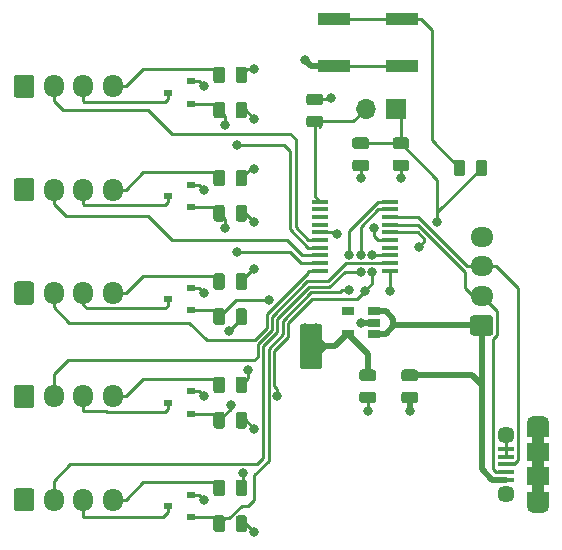
<source format=gbr>
G04 #@! TF.GenerationSoftware,KiCad,Pcbnew,(5.1.5)-3*
G04 #@! TF.CreationDate,2020-12-03T20:33:16+01:00*
G04 #@! TF.ProjectId,MCU_board,4d43555f-626f-4617-9264-2e6b69636164,rev?*
G04 #@! TF.SameCoordinates,Original*
G04 #@! TF.FileFunction,Copper,L1,Top*
G04 #@! TF.FilePolarity,Positive*
%FSLAX46Y46*%
G04 Gerber Fmt 4.6, Leading zero omitted, Abs format (unit mm)*
G04 Created by KiCad (PCBNEW (5.1.5)-3) date 2020-12-03 20:33:16*
%MOMM*%
%LPD*%
G04 APERTURE LIST*
%ADD10R,2.750000X1.000000*%
%ADD11C,0.100000*%
%ADD12O,1.950000X1.700000*%
%ADD13O,1.700000X1.950000*%
%ADD14R,1.900000X1.500000*%
%ADD15C,1.450000*%
%ADD16R,1.350000X0.400000*%
%ADD17O,1.900000X1.200000*%
%ADD18R,1.900000X1.200000*%
%ADD19R,1.700000X1.700000*%
%ADD20O,1.700000X1.700000*%
%ADD21R,1.060000X0.650000*%
%ADD22R,1.450000X0.450000*%
%ADD23R,0.700000X0.600000*%
%ADD24C,0.800000*%
%ADD25C,0.500000*%
%ADD26C,0.250000*%
%ADD27C,1.000000*%
%ADD28C,0.254000*%
G04 APERTURE END LIST*
D10*
X71105000Y-74880000D03*
X65355000Y-74880000D03*
X71105000Y-70880000D03*
X65355000Y-70880000D03*
G04 #@! TA.AperFunction,ComponentPad*
D11*
G36*
X78629504Y-95981204D02*
G01*
X78653773Y-95984804D01*
X78677571Y-95990765D01*
X78700671Y-95999030D01*
X78722849Y-96009520D01*
X78743893Y-96022133D01*
X78763598Y-96036747D01*
X78781777Y-96053223D01*
X78798253Y-96071402D01*
X78812867Y-96091107D01*
X78825480Y-96112151D01*
X78835970Y-96134329D01*
X78844235Y-96157429D01*
X78850196Y-96181227D01*
X78853796Y-96205496D01*
X78855000Y-96230000D01*
X78855000Y-97430000D01*
X78853796Y-97454504D01*
X78850196Y-97478773D01*
X78844235Y-97502571D01*
X78835970Y-97525671D01*
X78825480Y-97547849D01*
X78812867Y-97568893D01*
X78798253Y-97588598D01*
X78781777Y-97606777D01*
X78763598Y-97623253D01*
X78743893Y-97637867D01*
X78722849Y-97650480D01*
X78700671Y-97660970D01*
X78677571Y-97669235D01*
X78653773Y-97675196D01*
X78629504Y-97678796D01*
X78605000Y-97680000D01*
X77155000Y-97680000D01*
X77130496Y-97678796D01*
X77106227Y-97675196D01*
X77082429Y-97669235D01*
X77059329Y-97660970D01*
X77037151Y-97650480D01*
X77016107Y-97637867D01*
X76996402Y-97623253D01*
X76978223Y-97606777D01*
X76961747Y-97588598D01*
X76947133Y-97568893D01*
X76934520Y-97547849D01*
X76924030Y-97525671D01*
X76915765Y-97502571D01*
X76909804Y-97478773D01*
X76906204Y-97454504D01*
X76905000Y-97430000D01*
X76905000Y-96230000D01*
X76906204Y-96205496D01*
X76909804Y-96181227D01*
X76915765Y-96157429D01*
X76924030Y-96134329D01*
X76934520Y-96112151D01*
X76947133Y-96091107D01*
X76961747Y-96071402D01*
X76978223Y-96053223D01*
X76996402Y-96036747D01*
X77016107Y-96022133D01*
X77037151Y-96009520D01*
X77059329Y-95999030D01*
X77082429Y-95990765D01*
X77106227Y-95984804D01*
X77130496Y-95981204D01*
X77155000Y-95980000D01*
X78605000Y-95980000D01*
X78629504Y-95981204D01*
G37*
G04 #@! TD.AperFunction*
D12*
X77880000Y-94330000D03*
X77880000Y-91830000D03*
X77880000Y-89330000D03*
D13*
X46630000Y-111580000D03*
X44130000Y-111580000D03*
X41630000Y-111580000D03*
G04 #@! TA.AperFunction,ComponentPad*
D11*
G36*
X39754504Y-110606204D02*
G01*
X39778773Y-110609804D01*
X39802571Y-110615765D01*
X39825671Y-110624030D01*
X39847849Y-110634520D01*
X39868893Y-110647133D01*
X39888598Y-110661747D01*
X39906777Y-110678223D01*
X39923253Y-110696402D01*
X39937867Y-110716107D01*
X39950480Y-110737151D01*
X39960970Y-110759329D01*
X39969235Y-110782429D01*
X39975196Y-110806227D01*
X39978796Y-110830496D01*
X39980000Y-110855000D01*
X39980000Y-112305000D01*
X39978796Y-112329504D01*
X39975196Y-112353773D01*
X39969235Y-112377571D01*
X39960970Y-112400671D01*
X39950480Y-112422849D01*
X39937867Y-112443893D01*
X39923253Y-112463598D01*
X39906777Y-112481777D01*
X39888598Y-112498253D01*
X39868893Y-112512867D01*
X39847849Y-112525480D01*
X39825671Y-112535970D01*
X39802571Y-112544235D01*
X39778773Y-112550196D01*
X39754504Y-112553796D01*
X39730000Y-112555000D01*
X38530000Y-112555000D01*
X38505496Y-112553796D01*
X38481227Y-112550196D01*
X38457429Y-112544235D01*
X38434329Y-112535970D01*
X38412151Y-112525480D01*
X38391107Y-112512867D01*
X38371402Y-112498253D01*
X38353223Y-112481777D01*
X38336747Y-112463598D01*
X38322133Y-112443893D01*
X38309520Y-112422849D01*
X38299030Y-112400671D01*
X38290765Y-112377571D01*
X38284804Y-112353773D01*
X38281204Y-112329504D01*
X38280000Y-112305000D01*
X38280000Y-110855000D01*
X38281204Y-110830496D01*
X38284804Y-110806227D01*
X38290765Y-110782429D01*
X38299030Y-110759329D01*
X38309520Y-110737151D01*
X38322133Y-110716107D01*
X38336747Y-110696402D01*
X38353223Y-110678223D01*
X38371402Y-110661747D01*
X38391107Y-110647133D01*
X38412151Y-110634520D01*
X38434329Y-110624030D01*
X38457429Y-110615765D01*
X38481227Y-110609804D01*
X38505496Y-110606204D01*
X38530000Y-110605000D01*
X39730000Y-110605000D01*
X39754504Y-110606204D01*
G37*
G04 #@! TD.AperFunction*
G04 #@! TA.AperFunction,ComponentPad*
G36*
X39754504Y-101856204D02*
G01*
X39778773Y-101859804D01*
X39802571Y-101865765D01*
X39825671Y-101874030D01*
X39847849Y-101884520D01*
X39868893Y-101897133D01*
X39888598Y-101911747D01*
X39906777Y-101928223D01*
X39923253Y-101946402D01*
X39937867Y-101966107D01*
X39950480Y-101987151D01*
X39960970Y-102009329D01*
X39969235Y-102032429D01*
X39975196Y-102056227D01*
X39978796Y-102080496D01*
X39980000Y-102105000D01*
X39980000Y-103555000D01*
X39978796Y-103579504D01*
X39975196Y-103603773D01*
X39969235Y-103627571D01*
X39960970Y-103650671D01*
X39950480Y-103672849D01*
X39937867Y-103693893D01*
X39923253Y-103713598D01*
X39906777Y-103731777D01*
X39888598Y-103748253D01*
X39868893Y-103762867D01*
X39847849Y-103775480D01*
X39825671Y-103785970D01*
X39802571Y-103794235D01*
X39778773Y-103800196D01*
X39754504Y-103803796D01*
X39730000Y-103805000D01*
X38530000Y-103805000D01*
X38505496Y-103803796D01*
X38481227Y-103800196D01*
X38457429Y-103794235D01*
X38434329Y-103785970D01*
X38412151Y-103775480D01*
X38391107Y-103762867D01*
X38371402Y-103748253D01*
X38353223Y-103731777D01*
X38336747Y-103713598D01*
X38322133Y-103693893D01*
X38309520Y-103672849D01*
X38299030Y-103650671D01*
X38290765Y-103627571D01*
X38284804Y-103603773D01*
X38281204Y-103579504D01*
X38280000Y-103555000D01*
X38280000Y-102105000D01*
X38281204Y-102080496D01*
X38284804Y-102056227D01*
X38290765Y-102032429D01*
X38299030Y-102009329D01*
X38309520Y-101987151D01*
X38322133Y-101966107D01*
X38336747Y-101946402D01*
X38353223Y-101928223D01*
X38371402Y-101911747D01*
X38391107Y-101897133D01*
X38412151Y-101884520D01*
X38434329Y-101874030D01*
X38457429Y-101865765D01*
X38481227Y-101859804D01*
X38505496Y-101856204D01*
X38530000Y-101855000D01*
X39730000Y-101855000D01*
X39754504Y-101856204D01*
G37*
G04 #@! TD.AperFunction*
D13*
X41630000Y-102830000D03*
X44130000Y-102830000D03*
X46630000Y-102830000D03*
G04 #@! TA.AperFunction,ComponentPad*
D11*
G36*
X39754504Y-93106204D02*
G01*
X39778773Y-93109804D01*
X39802571Y-93115765D01*
X39825671Y-93124030D01*
X39847849Y-93134520D01*
X39868893Y-93147133D01*
X39888598Y-93161747D01*
X39906777Y-93178223D01*
X39923253Y-93196402D01*
X39937867Y-93216107D01*
X39950480Y-93237151D01*
X39960970Y-93259329D01*
X39969235Y-93282429D01*
X39975196Y-93306227D01*
X39978796Y-93330496D01*
X39980000Y-93355000D01*
X39980000Y-94805000D01*
X39978796Y-94829504D01*
X39975196Y-94853773D01*
X39969235Y-94877571D01*
X39960970Y-94900671D01*
X39950480Y-94922849D01*
X39937867Y-94943893D01*
X39923253Y-94963598D01*
X39906777Y-94981777D01*
X39888598Y-94998253D01*
X39868893Y-95012867D01*
X39847849Y-95025480D01*
X39825671Y-95035970D01*
X39802571Y-95044235D01*
X39778773Y-95050196D01*
X39754504Y-95053796D01*
X39730000Y-95055000D01*
X38530000Y-95055000D01*
X38505496Y-95053796D01*
X38481227Y-95050196D01*
X38457429Y-95044235D01*
X38434329Y-95035970D01*
X38412151Y-95025480D01*
X38391107Y-95012867D01*
X38371402Y-94998253D01*
X38353223Y-94981777D01*
X38336747Y-94963598D01*
X38322133Y-94943893D01*
X38309520Y-94922849D01*
X38299030Y-94900671D01*
X38290765Y-94877571D01*
X38284804Y-94853773D01*
X38281204Y-94829504D01*
X38280000Y-94805000D01*
X38280000Y-93355000D01*
X38281204Y-93330496D01*
X38284804Y-93306227D01*
X38290765Y-93282429D01*
X38299030Y-93259329D01*
X38309520Y-93237151D01*
X38322133Y-93216107D01*
X38336747Y-93196402D01*
X38353223Y-93178223D01*
X38371402Y-93161747D01*
X38391107Y-93147133D01*
X38412151Y-93134520D01*
X38434329Y-93124030D01*
X38457429Y-93115765D01*
X38481227Y-93109804D01*
X38505496Y-93106204D01*
X38530000Y-93105000D01*
X39730000Y-93105000D01*
X39754504Y-93106204D01*
G37*
G04 #@! TD.AperFunction*
D13*
X41630000Y-94080000D03*
X44130000Y-94080000D03*
X46630000Y-94080000D03*
X46630000Y-85330000D03*
X44130000Y-85330000D03*
X41630000Y-85330000D03*
G04 #@! TA.AperFunction,ComponentPad*
D11*
G36*
X39754504Y-84356204D02*
G01*
X39778773Y-84359804D01*
X39802571Y-84365765D01*
X39825671Y-84374030D01*
X39847849Y-84384520D01*
X39868893Y-84397133D01*
X39888598Y-84411747D01*
X39906777Y-84428223D01*
X39923253Y-84446402D01*
X39937867Y-84466107D01*
X39950480Y-84487151D01*
X39960970Y-84509329D01*
X39969235Y-84532429D01*
X39975196Y-84556227D01*
X39978796Y-84580496D01*
X39980000Y-84605000D01*
X39980000Y-86055000D01*
X39978796Y-86079504D01*
X39975196Y-86103773D01*
X39969235Y-86127571D01*
X39960970Y-86150671D01*
X39950480Y-86172849D01*
X39937867Y-86193893D01*
X39923253Y-86213598D01*
X39906777Y-86231777D01*
X39888598Y-86248253D01*
X39868893Y-86262867D01*
X39847849Y-86275480D01*
X39825671Y-86285970D01*
X39802571Y-86294235D01*
X39778773Y-86300196D01*
X39754504Y-86303796D01*
X39730000Y-86305000D01*
X38530000Y-86305000D01*
X38505496Y-86303796D01*
X38481227Y-86300196D01*
X38457429Y-86294235D01*
X38434329Y-86285970D01*
X38412151Y-86275480D01*
X38391107Y-86262867D01*
X38371402Y-86248253D01*
X38353223Y-86231777D01*
X38336747Y-86213598D01*
X38322133Y-86193893D01*
X38309520Y-86172849D01*
X38299030Y-86150671D01*
X38290765Y-86127571D01*
X38284804Y-86103773D01*
X38281204Y-86079504D01*
X38280000Y-86055000D01*
X38280000Y-84605000D01*
X38281204Y-84580496D01*
X38284804Y-84556227D01*
X38290765Y-84532429D01*
X38299030Y-84509329D01*
X38309520Y-84487151D01*
X38322133Y-84466107D01*
X38336747Y-84446402D01*
X38353223Y-84428223D01*
X38371402Y-84411747D01*
X38391107Y-84397133D01*
X38412151Y-84384520D01*
X38434329Y-84374030D01*
X38457429Y-84365765D01*
X38481227Y-84359804D01*
X38505496Y-84356204D01*
X38530000Y-84355000D01*
X39730000Y-84355000D01*
X39754504Y-84356204D01*
G37*
G04 #@! TD.AperFunction*
G04 #@! TA.AperFunction,ComponentPad*
G36*
X39754504Y-75606204D02*
G01*
X39778773Y-75609804D01*
X39802571Y-75615765D01*
X39825671Y-75624030D01*
X39847849Y-75634520D01*
X39868893Y-75647133D01*
X39888598Y-75661747D01*
X39906777Y-75678223D01*
X39923253Y-75696402D01*
X39937867Y-75716107D01*
X39950480Y-75737151D01*
X39960970Y-75759329D01*
X39969235Y-75782429D01*
X39975196Y-75806227D01*
X39978796Y-75830496D01*
X39980000Y-75855000D01*
X39980000Y-77305000D01*
X39978796Y-77329504D01*
X39975196Y-77353773D01*
X39969235Y-77377571D01*
X39960970Y-77400671D01*
X39950480Y-77422849D01*
X39937867Y-77443893D01*
X39923253Y-77463598D01*
X39906777Y-77481777D01*
X39888598Y-77498253D01*
X39868893Y-77512867D01*
X39847849Y-77525480D01*
X39825671Y-77535970D01*
X39802571Y-77544235D01*
X39778773Y-77550196D01*
X39754504Y-77553796D01*
X39730000Y-77555000D01*
X38530000Y-77555000D01*
X38505496Y-77553796D01*
X38481227Y-77550196D01*
X38457429Y-77544235D01*
X38434329Y-77535970D01*
X38412151Y-77525480D01*
X38391107Y-77512867D01*
X38371402Y-77498253D01*
X38353223Y-77481777D01*
X38336747Y-77463598D01*
X38322133Y-77443893D01*
X38309520Y-77422849D01*
X38299030Y-77400671D01*
X38290765Y-77377571D01*
X38284804Y-77353773D01*
X38281204Y-77329504D01*
X38280000Y-77305000D01*
X38280000Y-75855000D01*
X38281204Y-75830496D01*
X38284804Y-75806227D01*
X38290765Y-75782429D01*
X38299030Y-75759329D01*
X38309520Y-75737151D01*
X38322133Y-75716107D01*
X38336747Y-75696402D01*
X38353223Y-75678223D01*
X38371402Y-75661747D01*
X38391107Y-75647133D01*
X38412151Y-75634520D01*
X38434329Y-75624030D01*
X38457429Y-75615765D01*
X38481227Y-75609804D01*
X38505496Y-75606204D01*
X38530000Y-75605000D01*
X39730000Y-75605000D01*
X39754504Y-75606204D01*
G37*
G04 #@! TD.AperFunction*
D13*
X41630000Y-76580000D03*
X44130000Y-76580000D03*
X46630000Y-76580000D03*
G04 #@! TA.AperFunction,SMDPad,CuDef*
D11*
G36*
X72260142Y-100556174D02*
G01*
X72283803Y-100559684D01*
X72307007Y-100565496D01*
X72329529Y-100573554D01*
X72351153Y-100583782D01*
X72371670Y-100596079D01*
X72390883Y-100610329D01*
X72408607Y-100626393D01*
X72424671Y-100644117D01*
X72438921Y-100663330D01*
X72451218Y-100683847D01*
X72461446Y-100705471D01*
X72469504Y-100727993D01*
X72475316Y-100751197D01*
X72478826Y-100774858D01*
X72480000Y-100798750D01*
X72480000Y-101286250D01*
X72478826Y-101310142D01*
X72475316Y-101333803D01*
X72469504Y-101357007D01*
X72461446Y-101379529D01*
X72451218Y-101401153D01*
X72438921Y-101421670D01*
X72424671Y-101440883D01*
X72408607Y-101458607D01*
X72390883Y-101474671D01*
X72371670Y-101488921D01*
X72351153Y-101501218D01*
X72329529Y-101511446D01*
X72307007Y-101519504D01*
X72283803Y-101525316D01*
X72260142Y-101528826D01*
X72236250Y-101530000D01*
X71323750Y-101530000D01*
X71299858Y-101528826D01*
X71276197Y-101525316D01*
X71252993Y-101519504D01*
X71230471Y-101511446D01*
X71208847Y-101501218D01*
X71188330Y-101488921D01*
X71169117Y-101474671D01*
X71151393Y-101458607D01*
X71135329Y-101440883D01*
X71121079Y-101421670D01*
X71108782Y-101401153D01*
X71098554Y-101379529D01*
X71090496Y-101357007D01*
X71084684Y-101333803D01*
X71081174Y-101310142D01*
X71080000Y-101286250D01*
X71080000Y-100798750D01*
X71081174Y-100774858D01*
X71084684Y-100751197D01*
X71090496Y-100727993D01*
X71098554Y-100705471D01*
X71108782Y-100683847D01*
X71121079Y-100663330D01*
X71135329Y-100644117D01*
X71151393Y-100626393D01*
X71169117Y-100610329D01*
X71188330Y-100596079D01*
X71208847Y-100583782D01*
X71230471Y-100573554D01*
X71252993Y-100565496D01*
X71276197Y-100559684D01*
X71299858Y-100556174D01*
X71323750Y-100555000D01*
X72236250Y-100555000D01*
X72260142Y-100556174D01*
G37*
G04 #@! TD.AperFunction*
G04 #@! TA.AperFunction,SMDPad,CuDef*
G36*
X72260142Y-102431174D02*
G01*
X72283803Y-102434684D01*
X72307007Y-102440496D01*
X72329529Y-102448554D01*
X72351153Y-102458782D01*
X72371670Y-102471079D01*
X72390883Y-102485329D01*
X72408607Y-102501393D01*
X72424671Y-102519117D01*
X72438921Y-102538330D01*
X72451218Y-102558847D01*
X72461446Y-102580471D01*
X72469504Y-102602993D01*
X72475316Y-102626197D01*
X72478826Y-102649858D01*
X72480000Y-102673750D01*
X72480000Y-103161250D01*
X72478826Y-103185142D01*
X72475316Y-103208803D01*
X72469504Y-103232007D01*
X72461446Y-103254529D01*
X72451218Y-103276153D01*
X72438921Y-103296670D01*
X72424671Y-103315883D01*
X72408607Y-103333607D01*
X72390883Y-103349671D01*
X72371670Y-103363921D01*
X72351153Y-103376218D01*
X72329529Y-103386446D01*
X72307007Y-103394504D01*
X72283803Y-103400316D01*
X72260142Y-103403826D01*
X72236250Y-103405000D01*
X71323750Y-103405000D01*
X71299858Y-103403826D01*
X71276197Y-103400316D01*
X71252993Y-103394504D01*
X71230471Y-103386446D01*
X71208847Y-103376218D01*
X71188330Y-103363921D01*
X71169117Y-103349671D01*
X71151393Y-103333607D01*
X71135329Y-103315883D01*
X71121079Y-103296670D01*
X71108782Y-103276153D01*
X71098554Y-103254529D01*
X71090496Y-103232007D01*
X71084684Y-103208803D01*
X71081174Y-103185142D01*
X71080000Y-103161250D01*
X71080000Y-102673750D01*
X71081174Y-102649858D01*
X71084684Y-102626197D01*
X71090496Y-102602993D01*
X71098554Y-102580471D01*
X71108782Y-102558847D01*
X71121079Y-102538330D01*
X71135329Y-102519117D01*
X71151393Y-102501393D01*
X71169117Y-102485329D01*
X71188330Y-102471079D01*
X71208847Y-102458782D01*
X71230471Y-102448554D01*
X71252993Y-102440496D01*
X71276197Y-102434684D01*
X71299858Y-102431174D01*
X71323750Y-102430000D01*
X72236250Y-102430000D01*
X72260142Y-102431174D01*
G37*
G04 #@! TD.AperFunction*
G04 #@! TA.AperFunction,SMDPad,CuDef*
G36*
X68710142Y-102431174D02*
G01*
X68733803Y-102434684D01*
X68757007Y-102440496D01*
X68779529Y-102448554D01*
X68801153Y-102458782D01*
X68821670Y-102471079D01*
X68840883Y-102485329D01*
X68858607Y-102501393D01*
X68874671Y-102519117D01*
X68888921Y-102538330D01*
X68901218Y-102558847D01*
X68911446Y-102580471D01*
X68919504Y-102602993D01*
X68925316Y-102626197D01*
X68928826Y-102649858D01*
X68930000Y-102673750D01*
X68930000Y-103161250D01*
X68928826Y-103185142D01*
X68925316Y-103208803D01*
X68919504Y-103232007D01*
X68911446Y-103254529D01*
X68901218Y-103276153D01*
X68888921Y-103296670D01*
X68874671Y-103315883D01*
X68858607Y-103333607D01*
X68840883Y-103349671D01*
X68821670Y-103363921D01*
X68801153Y-103376218D01*
X68779529Y-103386446D01*
X68757007Y-103394504D01*
X68733803Y-103400316D01*
X68710142Y-103403826D01*
X68686250Y-103405000D01*
X67773750Y-103405000D01*
X67749858Y-103403826D01*
X67726197Y-103400316D01*
X67702993Y-103394504D01*
X67680471Y-103386446D01*
X67658847Y-103376218D01*
X67638330Y-103363921D01*
X67619117Y-103349671D01*
X67601393Y-103333607D01*
X67585329Y-103315883D01*
X67571079Y-103296670D01*
X67558782Y-103276153D01*
X67548554Y-103254529D01*
X67540496Y-103232007D01*
X67534684Y-103208803D01*
X67531174Y-103185142D01*
X67530000Y-103161250D01*
X67530000Y-102673750D01*
X67531174Y-102649858D01*
X67534684Y-102626197D01*
X67540496Y-102602993D01*
X67548554Y-102580471D01*
X67558782Y-102558847D01*
X67571079Y-102538330D01*
X67585329Y-102519117D01*
X67601393Y-102501393D01*
X67619117Y-102485329D01*
X67638330Y-102471079D01*
X67658847Y-102458782D01*
X67680471Y-102448554D01*
X67702993Y-102440496D01*
X67726197Y-102434684D01*
X67749858Y-102431174D01*
X67773750Y-102430000D01*
X68686250Y-102430000D01*
X68710142Y-102431174D01*
G37*
G04 #@! TD.AperFunction*
G04 #@! TA.AperFunction,SMDPad,CuDef*
G36*
X68710142Y-100556174D02*
G01*
X68733803Y-100559684D01*
X68757007Y-100565496D01*
X68779529Y-100573554D01*
X68801153Y-100583782D01*
X68821670Y-100596079D01*
X68840883Y-100610329D01*
X68858607Y-100626393D01*
X68874671Y-100644117D01*
X68888921Y-100663330D01*
X68901218Y-100683847D01*
X68911446Y-100705471D01*
X68919504Y-100727993D01*
X68925316Y-100751197D01*
X68928826Y-100774858D01*
X68930000Y-100798750D01*
X68930000Y-101286250D01*
X68928826Y-101310142D01*
X68925316Y-101333803D01*
X68919504Y-101357007D01*
X68911446Y-101379529D01*
X68901218Y-101401153D01*
X68888921Y-101421670D01*
X68874671Y-101440883D01*
X68858607Y-101458607D01*
X68840883Y-101474671D01*
X68821670Y-101488921D01*
X68801153Y-101501218D01*
X68779529Y-101511446D01*
X68757007Y-101519504D01*
X68733803Y-101525316D01*
X68710142Y-101528826D01*
X68686250Y-101530000D01*
X67773750Y-101530000D01*
X67749858Y-101528826D01*
X67726197Y-101525316D01*
X67702993Y-101519504D01*
X67680471Y-101511446D01*
X67658847Y-101501218D01*
X67638330Y-101488921D01*
X67619117Y-101474671D01*
X67601393Y-101458607D01*
X67585329Y-101440883D01*
X67571079Y-101421670D01*
X67558782Y-101401153D01*
X67548554Y-101379529D01*
X67540496Y-101357007D01*
X67534684Y-101333803D01*
X67531174Y-101310142D01*
X67530000Y-101286250D01*
X67530000Y-100798750D01*
X67531174Y-100774858D01*
X67534684Y-100751197D01*
X67540496Y-100727993D01*
X67548554Y-100705471D01*
X67558782Y-100683847D01*
X67571079Y-100663330D01*
X67585329Y-100644117D01*
X67601393Y-100626393D01*
X67619117Y-100610329D01*
X67638330Y-100596079D01*
X67658847Y-100583782D01*
X67680471Y-100573554D01*
X67702993Y-100565496D01*
X67726197Y-100559684D01*
X67749858Y-100556174D01*
X67773750Y-100555000D01*
X68686250Y-100555000D01*
X68710142Y-100556174D01*
G37*
G04 #@! TD.AperFunction*
G04 #@! TA.AperFunction,SMDPad,CuDef*
G36*
X68110142Y-80906174D02*
G01*
X68133803Y-80909684D01*
X68157007Y-80915496D01*
X68179529Y-80923554D01*
X68201153Y-80933782D01*
X68221670Y-80946079D01*
X68240883Y-80960329D01*
X68258607Y-80976393D01*
X68274671Y-80994117D01*
X68288921Y-81013330D01*
X68301218Y-81033847D01*
X68311446Y-81055471D01*
X68319504Y-81077993D01*
X68325316Y-81101197D01*
X68328826Y-81124858D01*
X68330000Y-81148750D01*
X68330000Y-81636250D01*
X68328826Y-81660142D01*
X68325316Y-81683803D01*
X68319504Y-81707007D01*
X68311446Y-81729529D01*
X68301218Y-81751153D01*
X68288921Y-81771670D01*
X68274671Y-81790883D01*
X68258607Y-81808607D01*
X68240883Y-81824671D01*
X68221670Y-81838921D01*
X68201153Y-81851218D01*
X68179529Y-81861446D01*
X68157007Y-81869504D01*
X68133803Y-81875316D01*
X68110142Y-81878826D01*
X68086250Y-81880000D01*
X67173750Y-81880000D01*
X67149858Y-81878826D01*
X67126197Y-81875316D01*
X67102993Y-81869504D01*
X67080471Y-81861446D01*
X67058847Y-81851218D01*
X67038330Y-81838921D01*
X67019117Y-81824671D01*
X67001393Y-81808607D01*
X66985329Y-81790883D01*
X66971079Y-81771670D01*
X66958782Y-81751153D01*
X66948554Y-81729529D01*
X66940496Y-81707007D01*
X66934684Y-81683803D01*
X66931174Y-81660142D01*
X66930000Y-81636250D01*
X66930000Y-81148750D01*
X66931174Y-81124858D01*
X66934684Y-81101197D01*
X66940496Y-81077993D01*
X66948554Y-81055471D01*
X66958782Y-81033847D01*
X66971079Y-81013330D01*
X66985329Y-80994117D01*
X67001393Y-80976393D01*
X67019117Y-80960329D01*
X67038330Y-80946079D01*
X67058847Y-80933782D01*
X67080471Y-80923554D01*
X67102993Y-80915496D01*
X67126197Y-80909684D01*
X67149858Y-80906174D01*
X67173750Y-80905000D01*
X68086250Y-80905000D01*
X68110142Y-80906174D01*
G37*
G04 #@! TD.AperFunction*
G04 #@! TA.AperFunction,SMDPad,CuDef*
G36*
X68110142Y-82781174D02*
G01*
X68133803Y-82784684D01*
X68157007Y-82790496D01*
X68179529Y-82798554D01*
X68201153Y-82808782D01*
X68221670Y-82821079D01*
X68240883Y-82835329D01*
X68258607Y-82851393D01*
X68274671Y-82869117D01*
X68288921Y-82888330D01*
X68301218Y-82908847D01*
X68311446Y-82930471D01*
X68319504Y-82952993D01*
X68325316Y-82976197D01*
X68328826Y-82999858D01*
X68330000Y-83023750D01*
X68330000Y-83511250D01*
X68328826Y-83535142D01*
X68325316Y-83558803D01*
X68319504Y-83582007D01*
X68311446Y-83604529D01*
X68301218Y-83626153D01*
X68288921Y-83646670D01*
X68274671Y-83665883D01*
X68258607Y-83683607D01*
X68240883Y-83699671D01*
X68221670Y-83713921D01*
X68201153Y-83726218D01*
X68179529Y-83736446D01*
X68157007Y-83744504D01*
X68133803Y-83750316D01*
X68110142Y-83753826D01*
X68086250Y-83755000D01*
X67173750Y-83755000D01*
X67149858Y-83753826D01*
X67126197Y-83750316D01*
X67102993Y-83744504D01*
X67080471Y-83736446D01*
X67058847Y-83726218D01*
X67038330Y-83713921D01*
X67019117Y-83699671D01*
X67001393Y-83683607D01*
X66985329Y-83665883D01*
X66971079Y-83646670D01*
X66958782Y-83626153D01*
X66948554Y-83604529D01*
X66940496Y-83582007D01*
X66934684Y-83558803D01*
X66931174Y-83535142D01*
X66930000Y-83511250D01*
X66930000Y-83023750D01*
X66931174Y-82999858D01*
X66934684Y-82976197D01*
X66940496Y-82952993D01*
X66948554Y-82930471D01*
X66958782Y-82908847D01*
X66971079Y-82888330D01*
X66985329Y-82869117D01*
X67001393Y-82851393D01*
X67019117Y-82835329D01*
X67038330Y-82821079D01*
X67058847Y-82808782D01*
X67080471Y-82798554D01*
X67102993Y-82790496D01*
X67126197Y-82784684D01*
X67149858Y-82781174D01*
X67173750Y-82780000D01*
X68086250Y-82780000D01*
X68110142Y-82781174D01*
G37*
G04 #@! TD.AperFunction*
G04 #@! TA.AperFunction,SMDPad,CuDef*
G36*
X71510142Y-82781174D02*
G01*
X71533803Y-82784684D01*
X71557007Y-82790496D01*
X71579529Y-82798554D01*
X71601153Y-82808782D01*
X71621670Y-82821079D01*
X71640883Y-82835329D01*
X71658607Y-82851393D01*
X71674671Y-82869117D01*
X71688921Y-82888330D01*
X71701218Y-82908847D01*
X71711446Y-82930471D01*
X71719504Y-82952993D01*
X71725316Y-82976197D01*
X71728826Y-82999858D01*
X71730000Y-83023750D01*
X71730000Y-83511250D01*
X71728826Y-83535142D01*
X71725316Y-83558803D01*
X71719504Y-83582007D01*
X71711446Y-83604529D01*
X71701218Y-83626153D01*
X71688921Y-83646670D01*
X71674671Y-83665883D01*
X71658607Y-83683607D01*
X71640883Y-83699671D01*
X71621670Y-83713921D01*
X71601153Y-83726218D01*
X71579529Y-83736446D01*
X71557007Y-83744504D01*
X71533803Y-83750316D01*
X71510142Y-83753826D01*
X71486250Y-83755000D01*
X70573750Y-83755000D01*
X70549858Y-83753826D01*
X70526197Y-83750316D01*
X70502993Y-83744504D01*
X70480471Y-83736446D01*
X70458847Y-83726218D01*
X70438330Y-83713921D01*
X70419117Y-83699671D01*
X70401393Y-83683607D01*
X70385329Y-83665883D01*
X70371079Y-83646670D01*
X70358782Y-83626153D01*
X70348554Y-83604529D01*
X70340496Y-83582007D01*
X70334684Y-83558803D01*
X70331174Y-83535142D01*
X70330000Y-83511250D01*
X70330000Y-83023750D01*
X70331174Y-82999858D01*
X70334684Y-82976197D01*
X70340496Y-82952993D01*
X70348554Y-82930471D01*
X70358782Y-82908847D01*
X70371079Y-82888330D01*
X70385329Y-82869117D01*
X70401393Y-82851393D01*
X70419117Y-82835329D01*
X70438330Y-82821079D01*
X70458847Y-82808782D01*
X70480471Y-82798554D01*
X70502993Y-82790496D01*
X70526197Y-82784684D01*
X70549858Y-82781174D01*
X70573750Y-82780000D01*
X71486250Y-82780000D01*
X71510142Y-82781174D01*
G37*
G04 #@! TD.AperFunction*
G04 #@! TA.AperFunction,SMDPad,CuDef*
G36*
X71510142Y-80906174D02*
G01*
X71533803Y-80909684D01*
X71557007Y-80915496D01*
X71579529Y-80923554D01*
X71601153Y-80933782D01*
X71621670Y-80946079D01*
X71640883Y-80960329D01*
X71658607Y-80976393D01*
X71674671Y-80994117D01*
X71688921Y-81013330D01*
X71701218Y-81033847D01*
X71711446Y-81055471D01*
X71719504Y-81077993D01*
X71725316Y-81101197D01*
X71728826Y-81124858D01*
X71730000Y-81148750D01*
X71730000Y-81636250D01*
X71728826Y-81660142D01*
X71725316Y-81683803D01*
X71719504Y-81707007D01*
X71711446Y-81729529D01*
X71701218Y-81751153D01*
X71688921Y-81771670D01*
X71674671Y-81790883D01*
X71658607Y-81808607D01*
X71640883Y-81824671D01*
X71621670Y-81838921D01*
X71601153Y-81851218D01*
X71579529Y-81861446D01*
X71557007Y-81869504D01*
X71533803Y-81875316D01*
X71510142Y-81878826D01*
X71486250Y-81880000D01*
X70573750Y-81880000D01*
X70549858Y-81878826D01*
X70526197Y-81875316D01*
X70502993Y-81869504D01*
X70480471Y-81861446D01*
X70458847Y-81851218D01*
X70438330Y-81838921D01*
X70419117Y-81824671D01*
X70401393Y-81808607D01*
X70385329Y-81790883D01*
X70371079Y-81771670D01*
X70358782Y-81751153D01*
X70348554Y-81729529D01*
X70340496Y-81707007D01*
X70334684Y-81683803D01*
X70331174Y-81660142D01*
X70330000Y-81636250D01*
X70330000Y-81148750D01*
X70331174Y-81124858D01*
X70334684Y-81101197D01*
X70340496Y-81077993D01*
X70348554Y-81055471D01*
X70358782Y-81033847D01*
X70371079Y-81013330D01*
X70385329Y-80994117D01*
X70401393Y-80976393D01*
X70419117Y-80960329D01*
X70438330Y-80946079D01*
X70458847Y-80933782D01*
X70480471Y-80923554D01*
X70502993Y-80915496D01*
X70526197Y-80909684D01*
X70549858Y-80906174D01*
X70573750Y-80905000D01*
X71486250Y-80905000D01*
X71510142Y-80906174D01*
G37*
G04 #@! TD.AperFunction*
D14*
X82617500Y-107580000D03*
D15*
X79917500Y-111080000D03*
D16*
X79917500Y-109230000D03*
X79917500Y-109880000D03*
X79917500Y-107280000D03*
X79917500Y-107930000D03*
X79917500Y-108580000D03*
D15*
X79917500Y-106080000D03*
D14*
X82617500Y-109580000D03*
D17*
X82617500Y-112080000D03*
X82617500Y-105080000D03*
D18*
X82617500Y-105680000D03*
X82617500Y-111480000D03*
D19*
X70630000Y-78480000D03*
D20*
X68090000Y-78480000D03*
G04 #@! TA.AperFunction,SMDPad,CuDef*
D11*
G36*
X78135142Y-82781174D02*
G01*
X78158803Y-82784684D01*
X78182007Y-82790496D01*
X78204529Y-82798554D01*
X78226153Y-82808782D01*
X78246670Y-82821079D01*
X78265883Y-82835329D01*
X78283607Y-82851393D01*
X78299671Y-82869117D01*
X78313921Y-82888330D01*
X78326218Y-82908847D01*
X78336446Y-82930471D01*
X78344504Y-82952993D01*
X78350316Y-82976197D01*
X78353826Y-82999858D01*
X78355000Y-83023750D01*
X78355000Y-83936250D01*
X78353826Y-83960142D01*
X78350316Y-83983803D01*
X78344504Y-84007007D01*
X78336446Y-84029529D01*
X78326218Y-84051153D01*
X78313921Y-84071670D01*
X78299671Y-84090883D01*
X78283607Y-84108607D01*
X78265883Y-84124671D01*
X78246670Y-84138921D01*
X78226153Y-84151218D01*
X78204529Y-84161446D01*
X78182007Y-84169504D01*
X78158803Y-84175316D01*
X78135142Y-84178826D01*
X78111250Y-84180000D01*
X77623750Y-84180000D01*
X77599858Y-84178826D01*
X77576197Y-84175316D01*
X77552993Y-84169504D01*
X77530471Y-84161446D01*
X77508847Y-84151218D01*
X77488330Y-84138921D01*
X77469117Y-84124671D01*
X77451393Y-84108607D01*
X77435329Y-84090883D01*
X77421079Y-84071670D01*
X77408782Y-84051153D01*
X77398554Y-84029529D01*
X77390496Y-84007007D01*
X77384684Y-83983803D01*
X77381174Y-83960142D01*
X77380000Y-83936250D01*
X77380000Y-83023750D01*
X77381174Y-82999858D01*
X77384684Y-82976197D01*
X77390496Y-82952993D01*
X77398554Y-82930471D01*
X77408782Y-82908847D01*
X77421079Y-82888330D01*
X77435329Y-82869117D01*
X77451393Y-82851393D01*
X77469117Y-82835329D01*
X77488330Y-82821079D01*
X77508847Y-82808782D01*
X77530471Y-82798554D01*
X77552993Y-82790496D01*
X77576197Y-82784684D01*
X77599858Y-82781174D01*
X77623750Y-82780000D01*
X78111250Y-82780000D01*
X78135142Y-82781174D01*
G37*
G04 #@! TD.AperFunction*
G04 #@! TA.AperFunction,SMDPad,CuDef*
G36*
X76260142Y-82781174D02*
G01*
X76283803Y-82784684D01*
X76307007Y-82790496D01*
X76329529Y-82798554D01*
X76351153Y-82808782D01*
X76371670Y-82821079D01*
X76390883Y-82835329D01*
X76408607Y-82851393D01*
X76424671Y-82869117D01*
X76438921Y-82888330D01*
X76451218Y-82908847D01*
X76461446Y-82930471D01*
X76469504Y-82952993D01*
X76475316Y-82976197D01*
X76478826Y-82999858D01*
X76480000Y-83023750D01*
X76480000Y-83936250D01*
X76478826Y-83960142D01*
X76475316Y-83983803D01*
X76469504Y-84007007D01*
X76461446Y-84029529D01*
X76451218Y-84051153D01*
X76438921Y-84071670D01*
X76424671Y-84090883D01*
X76408607Y-84108607D01*
X76390883Y-84124671D01*
X76371670Y-84138921D01*
X76351153Y-84151218D01*
X76329529Y-84161446D01*
X76307007Y-84169504D01*
X76283803Y-84175316D01*
X76260142Y-84178826D01*
X76236250Y-84180000D01*
X75748750Y-84180000D01*
X75724858Y-84178826D01*
X75701197Y-84175316D01*
X75677993Y-84169504D01*
X75655471Y-84161446D01*
X75633847Y-84151218D01*
X75613330Y-84138921D01*
X75594117Y-84124671D01*
X75576393Y-84108607D01*
X75560329Y-84090883D01*
X75546079Y-84071670D01*
X75533782Y-84051153D01*
X75523554Y-84029529D01*
X75515496Y-84007007D01*
X75509684Y-83983803D01*
X75506174Y-83960142D01*
X75505000Y-83936250D01*
X75505000Y-83023750D01*
X75506174Y-82999858D01*
X75509684Y-82976197D01*
X75515496Y-82952993D01*
X75523554Y-82930471D01*
X75533782Y-82908847D01*
X75546079Y-82888330D01*
X75560329Y-82869117D01*
X75576393Y-82851393D01*
X75594117Y-82835329D01*
X75613330Y-82821079D01*
X75633847Y-82808782D01*
X75655471Y-82798554D01*
X75677993Y-82790496D01*
X75701197Y-82784684D01*
X75724858Y-82781174D01*
X75748750Y-82780000D01*
X76236250Y-82780000D01*
X76260142Y-82781174D01*
G37*
G04 #@! TD.AperFunction*
G04 #@! TA.AperFunction,SMDPad,CuDef*
G36*
X64210142Y-77193674D02*
G01*
X64233803Y-77197184D01*
X64257007Y-77202996D01*
X64279529Y-77211054D01*
X64301153Y-77221282D01*
X64321670Y-77233579D01*
X64340883Y-77247829D01*
X64358607Y-77263893D01*
X64374671Y-77281617D01*
X64388921Y-77300830D01*
X64401218Y-77321347D01*
X64411446Y-77342971D01*
X64419504Y-77365493D01*
X64425316Y-77388697D01*
X64428826Y-77412358D01*
X64430000Y-77436250D01*
X64430000Y-77923750D01*
X64428826Y-77947642D01*
X64425316Y-77971303D01*
X64419504Y-77994507D01*
X64411446Y-78017029D01*
X64401218Y-78038653D01*
X64388921Y-78059170D01*
X64374671Y-78078383D01*
X64358607Y-78096107D01*
X64340883Y-78112171D01*
X64321670Y-78126421D01*
X64301153Y-78138718D01*
X64279529Y-78148946D01*
X64257007Y-78157004D01*
X64233803Y-78162816D01*
X64210142Y-78166326D01*
X64186250Y-78167500D01*
X63273750Y-78167500D01*
X63249858Y-78166326D01*
X63226197Y-78162816D01*
X63202993Y-78157004D01*
X63180471Y-78148946D01*
X63158847Y-78138718D01*
X63138330Y-78126421D01*
X63119117Y-78112171D01*
X63101393Y-78096107D01*
X63085329Y-78078383D01*
X63071079Y-78059170D01*
X63058782Y-78038653D01*
X63048554Y-78017029D01*
X63040496Y-77994507D01*
X63034684Y-77971303D01*
X63031174Y-77947642D01*
X63030000Y-77923750D01*
X63030000Y-77436250D01*
X63031174Y-77412358D01*
X63034684Y-77388697D01*
X63040496Y-77365493D01*
X63048554Y-77342971D01*
X63058782Y-77321347D01*
X63071079Y-77300830D01*
X63085329Y-77281617D01*
X63101393Y-77263893D01*
X63119117Y-77247829D01*
X63138330Y-77233579D01*
X63158847Y-77221282D01*
X63180471Y-77211054D01*
X63202993Y-77202996D01*
X63226197Y-77197184D01*
X63249858Y-77193674D01*
X63273750Y-77192500D01*
X64186250Y-77192500D01*
X64210142Y-77193674D01*
G37*
G04 #@! TD.AperFunction*
G04 #@! TA.AperFunction,SMDPad,CuDef*
G36*
X64210142Y-79068674D02*
G01*
X64233803Y-79072184D01*
X64257007Y-79077996D01*
X64279529Y-79086054D01*
X64301153Y-79096282D01*
X64321670Y-79108579D01*
X64340883Y-79122829D01*
X64358607Y-79138893D01*
X64374671Y-79156617D01*
X64388921Y-79175830D01*
X64401218Y-79196347D01*
X64411446Y-79217971D01*
X64419504Y-79240493D01*
X64425316Y-79263697D01*
X64428826Y-79287358D01*
X64430000Y-79311250D01*
X64430000Y-79798750D01*
X64428826Y-79822642D01*
X64425316Y-79846303D01*
X64419504Y-79869507D01*
X64411446Y-79892029D01*
X64401218Y-79913653D01*
X64388921Y-79934170D01*
X64374671Y-79953383D01*
X64358607Y-79971107D01*
X64340883Y-79987171D01*
X64321670Y-80001421D01*
X64301153Y-80013718D01*
X64279529Y-80023946D01*
X64257007Y-80032004D01*
X64233803Y-80037816D01*
X64210142Y-80041326D01*
X64186250Y-80042500D01*
X63273750Y-80042500D01*
X63249858Y-80041326D01*
X63226197Y-80037816D01*
X63202993Y-80032004D01*
X63180471Y-80023946D01*
X63158847Y-80013718D01*
X63138330Y-80001421D01*
X63119117Y-79987171D01*
X63101393Y-79971107D01*
X63085329Y-79953383D01*
X63071079Y-79934170D01*
X63058782Y-79913653D01*
X63048554Y-79892029D01*
X63040496Y-79869507D01*
X63034684Y-79846303D01*
X63031174Y-79822642D01*
X63030000Y-79798750D01*
X63030000Y-79311250D01*
X63031174Y-79287358D01*
X63034684Y-79263697D01*
X63040496Y-79240493D01*
X63048554Y-79217971D01*
X63058782Y-79196347D01*
X63071079Y-79175830D01*
X63085329Y-79156617D01*
X63101393Y-79138893D01*
X63119117Y-79122829D01*
X63138330Y-79108579D01*
X63158847Y-79096282D01*
X63180471Y-79086054D01*
X63202993Y-79077996D01*
X63226197Y-79072184D01*
X63249858Y-79068674D01*
X63273750Y-79067500D01*
X64186250Y-79067500D01*
X64210142Y-79068674D01*
G37*
G04 #@! TD.AperFunction*
D21*
X68730000Y-97530000D03*
X68730000Y-96580000D03*
X68730000Y-95630000D03*
X66530000Y-95630000D03*
X66530000Y-97530000D03*
D22*
X64180000Y-86355000D03*
X64180000Y-87005000D03*
X64180000Y-87655000D03*
X64180000Y-88305000D03*
X64180000Y-88955000D03*
X64180000Y-89605000D03*
X64180000Y-90255000D03*
X64180000Y-90905000D03*
X64180000Y-91555000D03*
X64180000Y-92205000D03*
X70080000Y-92205000D03*
X70080000Y-91555000D03*
X70080000Y-90905000D03*
X70080000Y-90255000D03*
X70080000Y-89605000D03*
X70080000Y-88955000D03*
X70080000Y-88305000D03*
X70080000Y-87655000D03*
X70080000Y-87005000D03*
X70080000Y-86355000D03*
D23*
X51280000Y-77105000D03*
X53280000Y-76155000D03*
X53280000Y-78055000D03*
G04 #@! TA.AperFunction,SMDPad,CuDef*
D11*
G36*
X57797642Y-77906174D02*
G01*
X57821303Y-77909684D01*
X57844507Y-77915496D01*
X57867029Y-77923554D01*
X57888653Y-77933782D01*
X57909170Y-77946079D01*
X57928383Y-77960329D01*
X57946107Y-77976393D01*
X57962171Y-77994117D01*
X57976421Y-78013330D01*
X57988718Y-78033847D01*
X57998946Y-78055471D01*
X58007004Y-78077993D01*
X58012816Y-78101197D01*
X58016326Y-78124858D01*
X58017500Y-78148750D01*
X58017500Y-79061250D01*
X58016326Y-79085142D01*
X58012816Y-79108803D01*
X58007004Y-79132007D01*
X57998946Y-79154529D01*
X57988718Y-79176153D01*
X57976421Y-79196670D01*
X57962171Y-79215883D01*
X57946107Y-79233607D01*
X57928383Y-79249671D01*
X57909170Y-79263921D01*
X57888653Y-79276218D01*
X57867029Y-79286446D01*
X57844507Y-79294504D01*
X57821303Y-79300316D01*
X57797642Y-79303826D01*
X57773750Y-79305000D01*
X57286250Y-79305000D01*
X57262358Y-79303826D01*
X57238697Y-79300316D01*
X57215493Y-79294504D01*
X57192971Y-79286446D01*
X57171347Y-79276218D01*
X57150830Y-79263921D01*
X57131617Y-79249671D01*
X57113893Y-79233607D01*
X57097829Y-79215883D01*
X57083579Y-79196670D01*
X57071282Y-79176153D01*
X57061054Y-79154529D01*
X57052996Y-79132007D01*
X57047184Y-79108803D01*
X57043674Y-79085142D01*
X57042500Y-79061250D01*
X57042500Y-78148750D01*
X57043674Y-78124858D01*
X57047184Y-78101197D01*
X57052996Y-78077993D01*
X57061054Y-78055471D01*
X57071282Y-78033847D01*
X57083579Y-78013330D01*
X57097829Y-77994117D01*
X57113893Y-77976393D01*
X57131617Y-77960329D01*
X57150830Y-77946079D01*
X57171347Y-77933782D01*
X57192971Y-77923554D01*
X57215493Y-77915496D01*
X57238697Y-77909684D01*
X57262358Y-77906174D01*
X57286250Y-77905000D01*
X57773750Y-77905000D01*
X57797642Y-77906174D01*
G37*
G04 #@! TD.AperFunction*
G04 #@! TA.AperFunction,SMDPad,CuDef*
G36*
X55922642Y-77906174D02*
G01*
X55946303Y-77909684D01*
X55969507Y-77915496D01*
X55992029Y-77923554D01*
X56013653Y-77933782D01*
X56034170Y-77946079D01*
X56053383Y-77960329D01*
X56071107Y-77976393D01*
X56087171Y-77994117D01*
X56101421Y-78013330D01*
X56113718Y-78033847D01*
X56123946Y-78055471D01*
X56132004Y-78077993D01*
X56137816Y-78101197D01*
X56141326Y-78124858D01*
X56142500Y-78148750D01*
X56142500Y-79061250D01*
X56141326Y-79085142D01*
X56137816Y-79108803D01*
X56132004Y-79132007D01*
X56123946Y-79154529D01*
X56113718Y-79176153D01*
X56101421Y-79196670D01*
X56087171Y-79215883D01*
X56071107Y-79233607D01*
X56053383Y-79249671D01*
X56034170Y-79263921D01*
X56013653Y-79276218D01*
X55992029Y-79286446D01*
X55969507Y-79294504D01*
X55946303Y-79300316D01*
X55922642Y-79303826D01*
X55898750Y-79305000D01*
X55411250Y-79305000D01*
X55387358Y-79303826D01*
X55363697Y-79300316D01*
X55340493Y-79294504D01*
X55317971Y-79286446D01*
X55296347Y-79276218D01*
X55275830Y-79263921D01*
X55256617Y-79249671D01*
X55238893Y-79233607D01*
X55222829Y-79215883D01*
X55208579Y-79196670D01*
X55196282Y-79176153D01*
X55186054Y-79154529D01*
X55177996Y-79132007D01*
X55172184Y-79108803D01*
X55168674Y-79085142D01*
X55167500Y-79061250D01*
X55167500Y-78148750D01*
X55168674Y-78124858D01*
X55172184Y-78101197D01*
X55177996Y-78077993D01*
X55186054Y-78055471D01*
X55196282Y-78033847D01*
X55208579Y-78013330D01*
X55222829Y-77994117D01*
X55238893Y-77976393D01*
X55256617Y-77960329D01*
X55275830Y-77946079D01*
X55296347Y-77933782D01*
X55317971Y-77923554D01*
X55340493Y-77915496D01*
X55363697Y-77909684D01*
X55387358Y-77906174D01*
X55411250Y-77905000D01*
X55898750Y-77905000D01*
X55922642Y-77906174D01*
G37*
G04 #@! TD.AperFunction*
G04 #@! TA.AperFunction,SMDPad,CuDef*
G36*
X55922642Y-74906174D02*
G01*
X55946303Y-74909684D01*
X55969507Y-74915496D01*
X55992029Y-74923554D01*
X56013653Y-74933782D01*
X56034170Y-74946079D01*
X56053383Y-74960329D01*
X56071107Y-74976393D01*
X56087171Y-74994117D01*
X56101421Y-75013330D01*
X56113718Y-75033847D01*
X56123946Y-75055471D01*
X56132004Y-75077993D01*
X56137816Y-75101197D01*
X56141326Y-75124858D01*
X56142500Y-75148750D01*
X56142500Y-76061250D01*
X56141326Y-76085142D01*
X56137816Y-76108803D01*
X56132004Y-76132007D01*
X56123946Y-76154529D01*
X56113718Y-76176153D01*
X56101421Y-76196670D01*
X56087171Y-76215883D01*
X56071107Y-76233607D01*
X56053383Y-76249671D01*
X56034170Y-76263921D01*
X56013653Y-76276218D01*
X55992029Y-76286446D01*
X55969507Y-76294504D01*
X55946303Y-76300316D01*
X55922642Y-76303826D01*
X55898750Y-76305000D01*
X55411250Y-76305000D01*
X55387358Y-76303826D01*
X55363697Y-76300316D01*
X55340493Y-76294504D01*
X55317971Y-76286446D01*
X55296347Y-76276218D01*
X55275830Y-76263921D01*
X55256617Y-76249671D01*
X55238893Y-76233607D01*
X55222829Y-76215883D01*
X55208579Y-76196670D01*
X55196282Y-76176153D01*
X55186054Y-76154529D01*
X55177996Y-76132007D01*
X55172184Y-76108803D01*
X55168674Y-76085142D01*
X55167500Y-76061250D01*
X55167500Y-75148750D01*
X55168674Y-75124858D01*
X55172184Y-75101197D01*
X55177996Y-75077993D01*
X55186054Y-75055471D01*
X55196282Y-75033847D01*
X55208579Y-75013330D01*
X55222829Y-74994117D01*
X55238893Y-74976393D01*
X55256617Y-74960329D01*
X55275830Y-74946079D01*
X55296347Y-74933782D01*
X55317971Y-74923554D01*
X55340493Y-74915496D01*
X55363697Y-74909684D01*
X55387358Y-74906174D01*
X55411250Y-74905000D01*
X55898750Y-74905000D01*
X55922642Y-74906174D01*
G37*
G04 #@! TD.AperFunction*
G04 #@! TA.AperFunction,SMDPad,CuDef*
G36*
X57797642Y-74906174D02*
G01*
X57821303Y-74909684D01*
X57844507Y-74915496D01*
X57867029Y-74923554D01*
X57888653Y-74933782D01*
X57909170Y-74946079D01*
X57928383Y-74960329D01*
X57946107Y-74976393D01*
X57962171Y-74994117D01*
X57976421Y-75013330D01*
X57988718Y-75033847D01*
X57998946Y-75055471D01*
X58007004Y-75077993D01*
X58012816Y-75101197D01*
X58016326Y-75124858D01*
X58017500Y-75148750D01*
X58017500Y-76061250D01*
X58016326Y-76085142D01*
X58012816Y-76108803D01*
X58007004Y-76132007D01*
X57998946Y-76154529D01*
X57988718Y-76176153D01*
X57976421Y-76196670D01*
X57962171Y-76215883D01*
X57946107Y-76233607D01*
X57928383Y-76249671D01*
X57909170Y-76263921D01*
X57888653Y-76276218D01*
X57867029Y-76286446D01*
X57844507Y-76294504D01*
X57821303Y-76300316D01*
X57797642Y-76303826D01*
X57773750Y-76305000D01*
X57286250Y-76305000D01*
X57262358Y-76303826D01*
X57238697Y-76300316D01*
X57215493Y-76294504D01*
X57192971Y-76286446D01*
X57171347Y-76276218D01*
X57150830Y-76263921D01*
X57131617Y-76249671D01*
X57113893Y-76233607D01*
X57097829Y-76215883D01*
X57083579Y-76196670D01*
X57071282Y-76176153D01*
X57061054Y-76154529D01*
X57052996Y-76132007D01*
X57047184Y-76108803D01*
X57043674Y-76085142D01*
X57042500Y-76061250D01*
X57042500Y-75148750D01*
X57043674Y-75124858D01*
X57047184Y-75101197D01*
X57052996Y-75077993D01*
X57061054Y-75055471D01*
X57071282Y-75033847D01*
X57083579Y-75013330D01*
X57097829Y-74994117D01*
X57113893Y-74976393D01*
X57131617Y-74960329D01*
X57150830Y-74946079D01*
X57171347Y-74933782D01*
X57192971Y-74923554D01*
X57215493Y-74915496D01*
X57238697Y-74909684D01*
X57262358Y-74906174D01*
X57286250Y-74905000D01*
X57773750Y-74905000D01*
X57797642Y-74906174D01*
G37*
G04 #@! TD.AperFunction*
D23*
X53280000Y-86805000D03*
X53280000Y-84905000D03*
X51280000Y-85855000D03*
X51280000Y-94605000D03*
X53280000Y-93655000D03*
X53280000Y-95555000D03*
X51280000Y-103355000D03*
X53280000Y-102405000D03*
X53280000Y-104305000D03*
X53280000Y-113055000D03*
X53280000Y-111155000D03*
X51280000Y-112105000D03*
G04 #@! TA.AperFunction,SMDPad,CuDef*
D11*
G36*
X55922642Y-86631174D02*
G01*
X55946303Y-86634684D01*
X55969507Y-86640496D01*
X55992029Y-86648554D01*
X56013653Y-86658782D01*
X56034170Y-86671079D01*
X56053383Y-86685329D01*
X56071107Y-86701393D01*
X56087171Y-86719117D01*
X56101421Y-86738330D01*
X56113718Y-86758847D01*
X56123946Y-86780471D01*
X56132004Y-86802993D01*
X56137816Y-86826197D01*
X56141326Y-86849858D01*
X56142500Y-86873750D01*
X56142500Y-87786250D01*
X56141326Y-87810142D01*
X56137816Y-87833803D01*
X56132004Y-87857007D01*
X56123946Y-87879529D01*
X56113718Y-87901153D01*
X56101421Y-87921670D01*
X56087171Y-87940883D01*
X56071107Y-87958607D01*
X56053383Y-87974671D01*
X56034170Y-87988921D01*
X56013653Y-88001218D01*
X55992029Y-88011446D01*
X55969507Y-88019504D01*
X55946303Y-88025316D01*
X55922642Y-88028826D01*
X55898750Y-88030000D01*
X55411250Y-88030000D01*
X55387358Y-88028826D01*
X55363697Y-88025316D01*
X55340493Y-88019504D01*
X55317971Y-88011446D01*
X55296347Y-88001218D01*
X55275830Y-87988921D01*
X55256617Y-87974671D01*
X55238893Y-87958607D01*
X55222829Y-87940883D01*
X55208579Y-87921670D01*
X55196282Y-87901153D01*
X55186054Y-87879529D01*
X55177996Y-87857007D01*
X55172184Y-87833803D01*
X55168674Y-87810142D01*
X55167500Y-87786250D01*
X55167500Y-86873750D01*
X55168674Y-86849858D01*
X55172184Y-86826197D01*
X55177996Y-86802993D01*
X55186054Y-86780471D01*
X55196282Y-86758847D01*
X55208579Y-86738330D01*
X55222829Y-86719117D01*
X55238893Y-86701393D01*
X55256617Y-86685329D01*
X55275830Y-86671079D01*
X55296347Y-86658782D01*
X55317971Y-86648554D01*
X55340493Y-86640496D01*
X55363697Y-86634684D01*
X55387358Y-86631174D01*
X55411250Y-86630000D01*
X55898750Y-86630000D01*
X55922642Y-86631174D01*
G37*
G04 #@! TD.AperFunction*
G04 #@! TA.AperFunction,SMDPad,CuDef*
G36*
X57797642Y-86631174D02*
G01*
X57821303Y-86634684D01*
X57844507Y-86640496D01*
X57867029Y-86648554D01*
X57888653Y-86658782D01*
X57909170Y-86671079D01*
X57928383Y-86685329D01*
X57946107Y-86701393D01*
X57962171Y-86719117D01*
X57976421Y-86738330D01*
X57988718Y-86758847D01*
X57998946Y-86780471D01*
X58007004Y-86802993D01*
X58012816Y-86826197D01*
X58016326Y-86849858D01*
X58017500Y-86873750D01*
X58017500Y-87786250D01*
X58016326Y-87810142D01*
X58012816Y-87833803D01*
X58007004Y-87857007D01*
X57998946Y-87879529D01*
X57988718Y-87901153D01*
X57976421Y-87921670D01*
X57962171Y-87940883D01*
X57946107Y-87958607D01*
X57928383Y-87974671D01*
X57909170Y-87988921D01*
X57888653Y-88001218D01*
X57867029Y-88011446D01*
X57844507Y-88019504D01*
X57821303Y-88025316D01*
X57797642Y-88028826D01*
X57773750Y-88030000D01*
X57286250Y-88030000D01*
X57262358Y-88028826D01*
X57238697Y-88025316D01*
X57215493Y-88019504D01*
X57192971Y-88011446D01*
X57171347Y-88001218D01*
X57150830Y-87988921D01*
X57131617Y-87974671D01*
X57113893Y-87958607D01*
X57097829Y-87940883D01*
X57083579Y-87921670D01*
X57071282Y-87901153D01*
X57061054Y-87879529D01*
X57052996Y-87857007D01*
X57047184Y-87833803D01*
X57043674Y-87810142D01*
X57042500Y-87786250D01*
X57042500Y-86873750D01*
X57043674Y-86849858D01*
X57047184Y-86826197D01*
X57052996Y-86802993D01*
X57061054Y-86780471D01*
X57071282Y-86758847D01*
X57083579Y-86738330D01*
X57097829Y-86719117D01*
X57113893Y-86701393D01*
X57131617Y-86685329D01*
X57150830Y-86671079D01*
X57171347Y-86658782D01*
X57192971Y-86648554D01*
X57215493Y-86640496D01*
X57238697Y-86634684D01*
X57262358Y-86631174D01*
X57286250Y-86630000D01*
X57773750Y-86630000D01*
X57797642Y-86631174D01*
G37*
G04 #@! TD.AperFunction*
G04 #@! TA.AperFunction,SMDPad,CuDef*
G36*
X57797642Y-83656174D02*
G01*
X57821303Y-83659684D01*
X57844507Y-83665496D01*
X57867029Y-83673554D01*
X57888653Y-83683782D01*
X57909170Y-83696079D01*
X57928383Y-83710329D01*
X57946107Y-83726393D01*
X57962171Y-83744117D01*
X57976421Y-83763330D01*
X57988718Y-83783847D01*
X57998946Y-83805471D01*
X58007004Y-83827993D01*
X58012816Y-83851197D01*
X58016326Y-83874858D01*
X58017500Y-83898750D01*
X58017500Y-84811250D01*
X58016326Y-84835142D01*
X58012816Y-84858803D01*
X58007004Y-84882007D01*
X57998946Y-84904529D01*
X57988718Y-84926153D01*
X57976421Y-84946670D01*
X57962171Y-84965883D01*
X57946107Y-84983607D01*
X57928383Y-84999671D01*
X57909170Y-85013921D01*
X57888653Y-85026218D01*
X57867029Y-85036446D01*
X57844507Y-85044504D01*
X57821303Y-85050316D01*
X57797642Y-85053826D01*
X57773750Y-85055000D01*
X57286250Y-85055000D01*
X57262358Y-85053826D01*
X57238697Y-85050316D01*
X57215493Y-85044504D01*
X57192971Y-85036446D01*
X57171347Y-85026218D01*
X57150830Y-85013921D01*
X57131617Y-84999671D01*
X57113893Y-84983607D01*
X57097829Y-84965883D01*
X57083579Y-84946670D01*
X57071282Y-84926153D01*
X57061054Y-84904529D01*
X57052996Y-84882007D01*
X57047184Y-84858803D01*
X57043674Y-84835142D01*
X57042500Y-84811250D01*
X57042500Y-83898750D01*
X57043674Y-83874858D01*
X57047184Y-83851197D01*
X57052996Y-83827993D01*
X57061054Y-83805471D01*
X57071282Y-83783847D01*
X57083579Y-83763330D01*
X57097829Y-83744117D01*
X57113893Y-83726393D01*
X57131617Y-83710329D01*
X57150830Y-83696079D01*
X57171347Y-83683782D01*
X57192971Y-83673554D01*
X57215493Y-83665496D01*
X57238697Y-83659684D01*
X57262358Y-83656174D01*
X57286250Y-83655000D01*
X57773750Y-83655000D01*
X57797642Y-83656174D01*
G37*
G04 #@! TD.AperFunction*
G04 #@! TA.AperFunction,SMDPad,CuDef*
G36*
X55922642Y-83656174D02*
G01*
X55946303Y-83659684D01*
X55969507Y-83665496D01*
X55992029Y-83673554D01*
X56013653Y-83683782D01*
X56034170Y-83696079D01*
X56053383Y-83710329D01*
X56071107Y-83726393D01*
X56087171Y-83744117D01*
X56101421Y-83763330D01*
X56113718Y-83783847D01*
X56123946Y-83805471D01*
X56132004Y-83827993D01*
X56137816Y-83851197D01*
X56141326Y-83874858D01*
X56142500Y-83898750D01*
X56142500Y-84811250D01*
X56141326Y-84835142D01*
X56137816Y-84858803D01*
X56132004Y-84882007D01*
X56123946Y-84904529D01*
X56113718Y-84926153D01*
X56101421Y-84946670D01*
X56087171Y-84965883D01*
X56071107Y-84983607D01*
X56053383Y-84999671D01*
X56034170Y-85013921D01*
X56013653Y-85026218D01*
X55992029Y-85036446D01*
X55969507Y-85044504D01*
X55946303Y-85050316D01*
X55922642Y-85053826D01*
X55898750Y-85055000D01*
X55411250Y-85055000D01*
X55387358Y-85053826D01*
X55363697Y-85050316D01*
X55340493Y-85044504D01*
X55317971Y-85036446D01*
X55296347Y-85026218D01*
X55275830Y-85013921D01*
X55256617Y-84999671D01*
X55238893Y-84983607D01*
X55222829Y-84965883D01*
X55208579Y-84946670D01*
X55196282Y-84926153D01*
X55186054Y-84904529D01*
X55177996Y-84882007D01*
X55172184Y-84858803D01*
X55168674Y-84835142D01*
X55167500Y-84811250D01*
X55167500Y-83898750D01*
X55168674Y-83874858D01*
X55172184Y-83851197D01*
X55177996Y-83827993D01*
X55186054Y-83805471D01*
X55196282Y-83783847D01*
X55208579Y-83763330D01*
X55222829Y-83744117D01*
X55238893Y-83726393D01*
X55256617Y-83710329D01*
X55275830Y-83696079D01*
X55296347Y-83683782D01*
X55317971Y-83673554D01*
X55340493Y-83665496D01*
X55363697Y-83659684D01*
X55387358Y-83656174D01*
X55411250Y-83655000D01*
X55898750Y-83655000D01*
X55922642Y-83656174D01*
G37*
G04 #@! TD.AperFunction*
G04 #@! TA.AperFunction,SMDPad,CuDef*
G36*
X57797642Y-95381174D02*
G01*
X57821303Y-95384684D01*
X57844507Y-95390496D01*
X57867029Y-95398554D01*
X57888653Y-95408782D01*
X57909170Y-95421079D01*
X57928383Y-95435329D01*
X57946107Y-95451393D01*
X57962171Y-95469117D01*
X57976421Y-95488330D01*
X57988718Y-95508847D01*
X57998946Y-95530471D01*
X58007004Y-95552993D01*
X58012816Y-95576197D01*
X58016326Y-95599858D01*
X58017500Y-95623750D01*
X58017500Y-96536250D01*
X58016326Y-96560142D01*
X58012816Y-96583803D01*
X58007004Y-96607007D01*
X57998946Y-96629529D01*
X57988718Y-96651153D01*
X57976421Y-96671670D01*
X57962171Y-96690883D01*
X57946107Y-96708607D01*
X57928383Y-96724671D01*
X57909170Y-96738921D01*
X57888653Y-96751218D01*
X57867029Y-96761446D01*
X57844507Y-96769504D01*
X57821303Y-96775316D01*
X57797642Y-96778826D01*
X57773750Y-96780000D01*
X57286250Y-96780000D01*
X57262358Y-96778826D01*
X57238697Y-96775316D01*
X57215493Y-96769504D01*
X57192971Y-96761446D01*
X57171347Y-96751218D01*
X57150830Y-96738921D01*
X57131617Y-96724671D01*
X57113893Y-96708607D01*
X57097829Y-96690883D01*
X57083579Y-96671670D01*
X57071282Y-96651153D01*
X57061054Y-96629529D01*
X57052996Y-96607007D01*
X57047184Y-96583803D01*
X57043674Y-96560142D01*
X57042500Y-96536250D01*
X57042500Y-95623750D01*
X57043674Y-95599858D01*
X57047184Y-95576197D01*
X57052996Y-95552993D01*
X57061054Y-95530471D01*
X57071282Y-95508847D01*
X57083579Y-95488330D01*
X57097829Y-95469117D01*
X57113893Y-95451393D01*
X57131617Y-95435329D01*
X57150830Y-95421079D01*
X57171347Y-95408782D01*
X57192971Y-95398554D01*
X57215493Y-95390496D01*
X57238697Y-95384684D01*
X57262358Y-95381174D01*
X57286250Y-95380000D01*
X57773750Y-95380000D01*
X57797642Y-95381174D01*
G37*
G04 #@! TD.AperFunction*
G04 #@! TA.AperFunction,SMDPad,CuDef*
G36*
X55922642Y-95381174D02*
G01*
X55946303Y-95384684D01*
X55969507Y-95390496D01*
X55992029Y-95398554D01*
X56013653Y-95408782D01*
X56034170Y-95421079D01*
X56053383Y-95435329D01*
X56071107Y-95451393D01*
X56087171Y-95469117D01*
X56101421Y-95488330D01*
X56113718Y-95508847D01*
X56123946Y-95530471D01*
X56132004Y-95552993D01*
X56137816Y-95576197D01*
X56141326Y-95599858D01*
X56142500Y-95623750D01*
X56142500Y-96536250D01*
X56141326Y-96560142D01*
X56137816Y-96583803D01*
X56132004Y-96607007D01*
X56123946Y-96629529D01*
X56113718Y-96651153D01*
X56101421Y-96671670D01*
X56087171Y-96690883D01*
X56071107Y-96708607D01*
X56053383Y-96724671D01*
X56034170Y-96738921D01*
X56013653Y-96751218D01*
X55992029Y-96761446D01*
X55969507Y-96769504D01*
X55946303Y-96775316D01*
X55922642Y-96778826D01*
X55898750Y-96780000D01*
X55411250Y-96780000D01*
X55387358Y-96778826D01*
X55363697Y-96775316D01*
X55340493Y-96769504D01*
X55317971Y-96761446D01*
X55296347Y-96751218D01*
X55275830Y-96738921D01*
X55256617Y-96724671D01*
X55238893Y-96708607D01*
X55222829Y-96690883D01*
X55208579Y-96671670D01*
X55196282Y-96651153D01*
X55186054Y-96629529D01*
X55177996Y-96607007D01*
X55172184Y-96583803D01*
X55168674Y-96560142D01*
X55167500Y-96536250D01*
X55167500Y-95623750D01*
X55168674Y-95599858D01*
X55172184Y-95576197D01*
X55177996Y-95552993D01*
X55186054Y-95530471D01*
X55196282Y-95508847D01*
X55208579Y-95488330D01*
X55222829Y-95469117D01*
X55238893Y-95451393D01*
X55256617Y-95435329D01*
X55275830Y-95421079D01*
X55296347Y-95408782D01*
X55317971Y-95398554D01*
X55340493Y-95390496D01*
X55363697Y-95384684D01*
X55387358Y-95381174D01*
X55411250Y-95380000D01*
X55898750Y-95380000D01*
X55922642Y-95381174D01*
G37*
G04 #@! TD.AperFunction*
G04 #@! TA.AperFunction,SMDPad,CuDef*
G36*
X55922642Y-92406174D02*
G01*
X55946303Y-92409684D01*
X55969507Y-92415496D01*
X55992029Y-92423554D01*
X56013653Y-92433782D01*
X56034170Y-92446079D01*
X56053383Y-92460329D01*
X56071107Y-92476393D01*
X56087171Y-92494117D01*
X56101421Y-92513330D01*
X56113718Y-92533847D01*
X56123946Y-92555471D01*
X56132004Y-92577993D01*
X56137816Y-92601197D01*
X56141326Y-92624858D01*
X56142500Y-92648750D01*
X56142500Y-93561250D01*
X56141326Y-93585142D01*
X56137816Y-93608803D01*
X56132004Y-93632007D01*
X56123946Y-93654529D01*
X56113718Y-93676153D01*
X56101421Y-93696670D01*
X56087171Y-93715883D01*
X56071107Y-93733607D01*
X56053383Y-93749671D01*
X56034170Y-93763921D01*
X56013653Y-93776218D01*
X55992029Y-93786446D01*
X55969507Y-93794504D01*
X55946303Y-93800316D01*
X55922642Y-93803826D01*
X55898750Y-93805000D01*
X55411250Y-93805000D01*
X55387358Y-93803826D01*
X55363697Y-93800316D01*
X55340493Y-93794504D01*
X55317971Y-93786446D01*
X55296347Y-93776218D01*
X55275830Y-93763921D01*
X55256617Y-93749671D01*
X55238893Y-93733607D01*
X55222829Y-93715883D01*
X55208579Y-93696670D01*
X55196282Y-93676153D01*
X55186054Y-93654529D01*
X55177996Y-93632007D01*
X55172184Y-93608803D01*
X55168674Y-93585142D01*
X55167500Y-93561250D01*
X55167500Y-92648750D01*
X55168674Y-92624858D01*
X55172184Y-92601197D01*
X55177996Y-92577993D01*
X55186054Y-92555471D01*
X55196282Y-92533847D01*
X55208579Y-92513330D01*
X55222829Y-92494117D01*
X55238893Y-92476393D01*
X55256617Y-92460329D01*
X55275830Y-92446079D01*
X55296347Y-92433782D01*
X55317971Y-92423554D01*
X55340493Y-92415496D01*
X55363697Y-92409684D01*
X55387358Y-92406174D01*
X55411250Y-92405000D01*
X55898750Y-92405000D01*
X55922642Y-92406174D01*
G37*
G04 #@! TD.AperFunction*
G04 #@! TA.AperFunction,SMDPad,CuDef*
G36*
X57797642Y-92406174D02*
G01*
X57821303Y-92409684D01*
X57844507Y-92415496D01*
X57867029Y-92423554D01*
X57888653Y-92433782D01*
X57909170Y-92446079D01*
X57928383Y-92460329D01*
X57946107Y-92476393D01*
X57962171Y-92494117D01*
X57976421Y-92513330D01*
X57988718Y-92533847D01*
X57998946Y-92555471D01*
X58007004Y-92577993D01*
X58012816Y-92601197D01*
X58016326Y-92624858D01*
X58017500Y-92648750D01*
X58017500Y-93561250D01*
X58016326Y-93585142D01*
X58012816Y-93608803D01*
X58007004Y-93632007D01*
X57998946Y-93654529D01*
X57988718Y-93676153D01*
X57976421Y-93696670D01*
X57962171Y-93715883D01*
X57946107Y-93733607D01*
X57928383Y-93749671D01*
X57909170Y-93763921D01*
X57888653Y-93776218D01*
X57867029Y-93786446D01*
X57844507Y-93794504D01*
X57821303Y-93800316D01*
X57797642Y-93803826D01*
X57773750Y-93805000D01*
X57286250Y-93805000D01*
X57262358Y-93803826D01*
X57238697Y-93800316D01*
X57215493Y-93794504D01*
X57192971Y-93786446D01*
X57171347Y-93776218D01*
X57150830Y-93763921D01*
X57131617Y-93749671D01*
X57113893Y-93733607D01*
X57097829Y-93715883D01*
X57083579Y-93696670D01*
X57071282Y-93676153D01*
X57061054Y-93654529D01*
X57052996Y-93632007D01*
X57047184Y-93608803D01*
X57043674Y-93585142D01*
X57042500Y-93561250D01*
X57042500Y-92648750D01*
X57043674Y-92624858D01*
X57047184Y-92601197D01*
X57052996Y-92577993D01*
X57061054Y-92555471D01*
X57071282Y-92533847D01*
X57083579Y-92513330D01*
X57097829Y-92494117D01*
X57113893Y-92476393D01*
X57131617Y-92460329D01*
X57150830Y-92446079D01*
X57171347Y-92433782D01*
X57192971Y-92423554D01*
X57215493Y-92415496D01*
X57238697Y-92409684D01*
X57262358Y-92406174D01*
X57286250Y-92405000D01*
X57773750Y-92405000D01*
X57797642Y-92406174D01*
G37*
G04 #@! TD.AperFunction*
G04 #@! TA.AperFunction,SMDPad,CuDef*
G36*
X55922642Y-104156174D02*
G01*
X55946303Y-104159684D01*
X55969507Y-104165496D01*
X55992029Y-104173554D01*
X56013653Y-104183782D01*
X56034170Y-104196079D01*
X56053383Y-104210329D01*
X56071107Y-104226393D01*
X56087171Y-104244117D01*
X56101421Y-104263330D01*
X56113718Y-104283847D01*
X56123946Y-104305471D01*
X56132004Y-104327993D01*
X56137816Y-104351197D01*
X56141326Y-104374858D01*
X56142500Y-104398750D01*
X56142500Y-105311250D01*
X56141326Y-105335142D01*
X56137816Y-105358803D01*
X56132004Y-105382007D01*
X56123946Y-105404529D01*
X56113718Y-105426153D01*
X56101421Y-105446670D01*
X56087171Y-105465883D01*
X56071107Y-105483607D01*
X56053383Y-105499671D01*
X56034170Y-105513921D01*
X56013653Y-105526218D01*
X55992029Y-105536446D01*
X55969507Y-105544504D01*
X55946303Y-105550316D01*
X55922642Y-105553826D01*
X55898750Y-105555000D01*
X55411250Y-105555000D01*
X55387358Y-105553826D01*
X55363697Y-105550316D01*
X55340493Y-105544504D01*
X55317971Y-105536446D01*
X55296347Y-105526218D01*
X55275830Y-105513921D01*
X55256617Y-105499671D01*
X55238893Y-105483607D01*
X55222829Y-105465883D01*
X55208579Y-105446670D01*
X55196282Y-105426153D01*
X55186054Y-105404529D01*
X55177996Y-105382007D01*
X55172184Y-105358803D01*
X55168674Y-105335142D01*
X55167500Y-105311250D01*
X55167500Y-104398750D01*
X55168674Y-104374858D01*
X55172184Y-104351197D01*
X55177996Y-104327993D01*
X55186054Y-104305471D01*
X55196282Y-104283847D01*
X55208579Y-104263330D01*
X55222829Y-104244117D01*
X55238893Y-104226393D01*
X55256617Y-104210329D01*
X55275830Y-104196079D01*
X55296347Y-104183782D01*
X55317971Y-104173554D01*
X55340493Y-104165496D01*
X55363697Y-104159684D01*
X55387358Y-104156174D01*
X55411250Y-104155000D01*
X55898750Y-104155000D01*
X55922642Y-104156174D01*
G37*
G04 #@! TD.AperFunction*
G04 #@! TA.AperFunction,SMDPad,CuDef*
G36*
X57797642Y-104156174D02*
G01*
X57821303Y-104159684D01*
X57844507Y-104165496D01*
X57867029Y-104173554D01*
X57888653Y-104183782D01*
X57909170Y-104196079D01*
X57928383Y-104210329D01*
X57946107Y-104226393D01*
X57962171Y-104244117D01*
X57976421Y-104263330D01*
X57988718Y-104283847D01*
X57998946Y-104305471D01*
X58007004Y-104327993D01*
X58012816Y-104351197D01*
X58016326Y-104374858D01*
X58017500Y-104398750D01*
X58017500Y-105311250D01*
X58016326Y-105335142D01*
X58012816Y-105358803D01*
X58007004Y-105382007D01*
X57998946Y-105404529D01*
X57988718Y-105426153D01*
X57976421Y-105446670D01*
X57962171Y-105465883D01*
X57946107Y-105483607D01*
X57928383Y-105499671D01*
X57909170Y-105513921D01*
X57888653Y-105526218D01*
X57867029Y-105536446D01*
X57844507Y-105544504D01*
X57821303Y-105550316D01*
X57797642Y-105553826D01*
X57773750Y-105555000D01*
X57286250Y-105555000D01*
X57262358Y-105553826D01*
X57238697Y-105550316D01*
X57215493Y-105544504D01*
X57192971Y-105536446D01*
X57171347Y-105526218D01*
X57150830Y-105513921D01*
X57131617Y-105499671D01*
X57113893Y-105483607D01*
X57097829Y-105465883D01*
X57083579Y-105446670D01*
X57071282Y-105426153D01*
X57061054Y-105404529D01*
X57052996Y-105382007D01*
X57047184Y-105358803D01*
X57043674Y-105335142D01*
X57042500Y-105311250D01*
X57042500Y-104398750D01*
X57043674Y-104374858D01*
X57047184Y-104351197D01*
X57052996Y-104327993D01*
X57061054Y-104305471D01*
X57071282Y-104283847D01*
X57083579Y-104263330D01*
X57097829Y-104244117D01*
X57113893Y-104226393D01*
X57131617Y-104210329D01*
X57150830Y-104196079D01*
X57171347Y-104183782D01*
X57192971Y-104173554D01*
X57215493Y-104165496D01*
X57238697Y-104159684D01*
X57262358Y-104156174D01*
X57286250Y-104155000D01*
X57773750Y-104155000D01*
X57797642Y-104156174D01*
G37*
G04 #@! TD.AperFunction*
G04 #@! TA.AperFunction,SMDPad,CuDef*
G36*
X57797642Y-112906174D02*
G01*
X57821303Y-112909684D01*
X57844507Y-112915496D01*
X57867029Y-112923554D01*
X57888653Y-112933782D01*
X57909170Y-112946079D01*
X57928383Y-112960329D01*
X57946107Y-112976393D01*
X57962171Y-112994117D01*
X57976421Y-113013330D01*
X57988718Y-113033847D01*
X57998946Y-113055471D01*
X58007004Y-113077993D01*
X58012816Y-113101197D01*
X58016326Y-113124858D01*
X58017500Y-113148750D01*
X58017500Y-114061250D01*
X58016326Y-114085142D01*
X58012816Y-114108803D01*
X58007004Y-114132007D01*
X57998946Y-114154529D01*
X57988718Y-114176153D01*
X57976421Y-114196670D01*
X57962171Y-114215883D01*
X57946107Y-114233607D01*
X57928383Y-114249671D01*
X57909170Y-114263921D01*
X57888653Y-114276218D01*
X57867029Y-114286446D01*
X57844507Y-114294504D01*
X57821303Y-114300316D01*
X57797642Y-114303826D01*
X57773750Y-114305000D01*
X57286250Y-114305000D01*
X57262358Y-114303826D01*
X57238697Y-114300316D01*
X57215493Y-114294504D01*
X57192971Y-114286446D01*
X57171347Y-114276218D01*
X57150830Y-114263921D01*
X57131617Y-114249671D01*
X57113893Y-114233607D01*
X57097829Y-114215883D01*
X57083579Y-114196670D01*
X57071282Y-114176153D01*
X57061054Y-114154529D01*
X57052996Y-114132007D01*
X57047184Y-114108803D01*
X57043674Y-114085142D01*
X57042500Y-114061250D01*
X57042500Y-113148750D01*
X57043674Y-113124858D01*
X57047184Y-113101197D01*
X57052996Y-113077993D01*
X57061054Y-113055471D01*
X57071282Y-113033847D01*
X57083579Y-113013330D01*
X57097829Y-112994117D01*
X57113893Y-112976393D01*
X57131617Y-112960329D01*
X57150830Y-112946079D01*
X57171347Y-112933782D01*
X57192971Y-112923554D01*
X57215493Y-112915496D01*
X57238697Y-112909684D01*
X57262358Y-112906174D01*
X57286250Y-112905000D01*
X57773750Y-112905000D01*
X57797642Y-112906174D01*
G37*
G04 #@! TD.AperFunction*
G04 #@! TA.AperFunction,SMDPad,CuDef*
G36*
X55922642Y-112906174D02*
G01*
X55946303Y-112909684D01*
X55969507Y-112915496D01*
X55992029Y-112923554D01*
X56013653Y-112933782D01*
X56034170Y-112946079D01*
X56053383Y-112960329D01*
X56071107Y-112976393D01*
X56087171Y-112994117D01*
X56101421Y-113013330D01*
X56113718Y-113033847D01*
X56123946Y-113055471D01*
X56132004Y-113077993D01*
X56137816Y-113101197D01*
X56141326Y-113124858D01*
X56142500Y-113148750D01*
X56142500Y-114061250D01*
X56141326Y-114085142D01*
X56137816Y-114108803D01*
X56132004Y-114132007D01*
X56123946Y-114154529D01*
X56113718Y-114176153D01*
X56101421Y-114196670D01*
X56087171Y-114215883D01*
X56071107Y-114233607D01*
X56053383Y-114249671D01*
X56034170Y-114263921D01*
X56013653Y-114276218D01*
X55992029Y-114286446D01*
X55969507Y-114294504D01*
X55946303Y-114300316D01*
X55922642Y-114303826D01*
X55898750Y-114305000D01*
X55411250Y-114305000D01*
X55387358Y-114303826D01*
X55363697Y-114300316D01*
X55340493Y-114294504D01*
X55317971Y-114286446D01*
X55296347Y-114276218D01*
X55275830Y-114263921D01*
X55256617Y-114249671D01*
X55238893Y-114233607D01*
X55222829Y-114215883D01*
X55208579Y-114196670D01*
X55196282Y-114176153D01*
X55186054Y-114154529D01*
X55177996Y-114132007D01*
X55172184Y-114108803D01*
X55168674Y-114085142D01*
X55167500Y-114061250D01*
X55167500Y-113148750D01*
X55168674Y-113124858D01*
X55172184Y-113101197D01*
X55177996Y-113077993D01*
X55186054Y-113055471D01*
X55196282Y-113033847D01*
X55208579Y-113013330D01*
X55222829Y-112994117D01*
X55238893Y-112976393D01*
X55256617Y-112960329D01*
X55275830Y-112946079D01*
X55296347Y-112933782D01*
X55317971Y-112923554D01*
X55340493Y-112915496D01*
X55363697Y-112909684D01*
X55387358Y-112906174D01*
X55411250Y-112905000D01*
X55898750Y-112905000D01*
X55922642Y-112906174D01*
G37*
G04 #@! TD.AperFunction*
G04 #@! TA.AperFunction,SMDPad,CuDef*
G36*
X57797642Y-101156174D02*
G01*
X57821303Y-101159684D01*
X57844507Y-101165496D01*
X57867029Y-101173554D01*
X57888653Y-101183782D01*
X57909170Y-101196079D01*
X57928383Y-101210329D01*
X57946107Y-101226393D01*
X57962171Y-101244117D01*
X57976421Y-101263330D01*
X57988718Y-101283847D01*
X57998946Y-101305471D01*
X58007004Y-101327993D01*
X58012816Y-101351197D01*
X58016326Y-101374858D01*
X58017500Y-101398750D01*
X58017500Y-102311250D01*
X58016326Y-102335142D01*
X58012816Y-102358803D01*
X58007004Y-102382007D01*
X57998946Y-102404529D01*
X57988718Y-102426153D01*
X57976421Y-102446670D01*
X57962171Y-102465883D01*
X57946107Y-102483607D01*
X57928383Y-102499671D01*
X57909170Y-102513921D01*
X57888653Y-102526218D01*
X57867029Y-102536446D01*
X57844507Y-102544504D01*
X57821303Y-102550316D01*
X57797642Y-102553826D01*
X57773750Y-102555000D01*
X57286250Y-102555000D01*
X57262358Y-102553826D01*
X57238697Y-102550316D01*
X57215493Y-102544504D01*
X57192971Y-102536446D01*
X57171347Y-102526218D01*
X57150830Y-102513921D01*
X57131617Y-102499671D01*
X57113893Y-102483607D01*
X57097829Y-102465883D01*
X57083579Y-102446670D01*
X57071282Y-102426153D01*
X57061054Y-102404529D01*
X57052996Y-102382007D01*
X57047184Y-102358803D01*
X57043674Y-102335142D01*
X57042500Y-102311250D01*
X57042500Y-101398750D01*
X57043674Y-101374858D01*
X57047184Y-101351197D01*
X57052996Y-101327993D01*
X57061054Y-101305471D01*
X57071282Y-101283847D01*
X57083579Y-101263330D01*
X57097829Y-101244117D01*
X57113893Y-101226393D01*
X57131617Y-101210329D01*
X57150830Y-101196079D01*
X57171347Y-101183782D01*
X57192971Y-101173554D01*
X57215493Y-101165496D01*
X57238697Y-101159684D01*
X57262358Y-101156174D01*
X57286250Y-101155000D01*
X57773750Y-101155000D01*
X57797642Y-101156174D01*
G37*
G04 #@! TD.AperFunction*
G04 #@! TA.AperFunction,SMDPad,CuDef*
G36*
X55922642Y-101156174D02*
G01*
X55946303Y-101159684D01*
X55969507Y-101165496D01*
X55992029Y-101173554D01*
X56013653Y-101183782D01*
X56034170Y-101196079D01*
X56053383Y-101210329D01*
X56071107Y-101226393D01*
X56087171Y-101244117D01*
X56101421Y-101263330D01*
X56113718Y-101283847D01*
X56123946Y-101305471D01*
X56132004Y-101327993D01*
X56137816Y-101351197D01*
X56141326Y-101374858D01*
X56142500Y-101398750D01*
X56142500Y-102311250D01*
X56141326Y-102335142D01*
X56137816Y-102358803D01*
X56132004Y-102382007D01*
X56123946Y-102404529D01*
X56113718Y-102426153D01*
X56101421Y-102446670D01*
X56087171Y-102465883D01*
X56071107Y-102483607D01*
X56053383Y-102499671D01*
X56034170Y-102513921D01*
X56013653Y-102526218D01*
X55992029Y-102536446D01*
X55969507Y-102544504D01*
X55946303Y-102550316D01*
X55922642Y-102553826D01*
X55898750Y-102555000D01*
X55411250Y-102555000D01*
X55387358Y-102553826D01*
X55363697Y-102550316D01*
X55340493Y-102544504D01*
X55317971Y-102536446D01*
X55296347Y-102526218D01*
X55275830Y-102513921D01*
X55256617Y-102499671D01*
X55238893Y-102483607D01*
X55222829Y-102465883D01*
X55208579Y-102446670D01*
X55196282Y-102426153D01*
X55186054Y-102404529D01*
X55177996Y-102382007D01*
X55172184Y-102358803D01*
X55168674Y-102335142D01*
X55167500Y-102311250D01*
X55167500Y-101398750D01*
X55168674Y-101374858D01*
X55172184Y-101351197D01*
X55177996Y-101327993D01*
X55186054Y-101305471D01*
X55196282Y-101283847D01*
X55208579Y-101263330D01*
X55222829Y-101244117D01*
X55238893Y-101226393D01*
X55256617Y-101210329D01*
X55275830Y-101196079D01*
X55296347Y-101183782D01*
X55317971Y-101173554D01*
X55340493Y-101165496D01*
X55363697Y-101159684D01*
X55387358Y-101156174D01*
X55411250Y-101155000D01*
X55898750Y-101155000D01*
X55922642Y-101156174D01*
G37*
G04 #@! TD.AperFunction*
G04 #@! TA.AperFunction,SMDPad,CuDef*
G36*
X55922642Y-109881174D02*
G01*
X55946303Y-109884684D01*
X55969507Y-109890496D01*
X55992029Y-109898554D01*
X56013653Y-109908782D01*
X56034170Y-109921079D01*
X56053383Y-109935329D01*
X56071107Y-109951393D01*
X56087171Y-109969117D01*
X56101421Y-109988330D01*
X56113718Y-110008847D01*
X56123946Y-110030471D01*
X56132004Y-110052993D01*
X56137816Y-110076197D01*
X56141326Y-110099858D01*
X56142500Y-110123750D01*
X56142500Y-111036250D01*
X56141326Y-111060142D01*
X56137816Y-111083803D01*
X56132004Y-111107007D01*
X56123946Y-111129529D01*
X56113718Y-111151153D01*
X56101421Y-111171670D01*
X56087171Y-111190883D01*
X56071107Y-111208607D01*
X56053383Y-111224671D01*
X56034170Y-111238921D01*
X56013653Y-111251218D01*
X55992029Y-111261446D01*
X55969507Y-111269504D01*
X55946303Y-111275316D01*
X55922642Y-111278826D01*
X55898750Y-111280000D01*
X55411250Y-111280000D01*
X55387358Y-111278826D01*
X55363697Y-111275316D01*
X55340493Y-111269504D01*
X55317971Y-111261446D01*
X55296347Y-111251218D01*
X55275830Y-111238921D01*
X55256617Y-111224671D01*
X55238893Y-111208607D01*
X55222829Y-111190883D01*
X55208579Y-111171670D01*
X55196282Y-111151153D01*
X55186054Y-111129529D01*
X55177996Y-111107007D01*
X55172184Y-111083803D01*
X55168674Y-111060142D01*
X55167500Y-111036250D01*
X55167500Y-110123750D01*
X55168674Y-110099858D01*
X55172184Y-110076197D01*
X55177996Y-110052993D01*
X55186054Y-110030471D01*
X55196282Y-110008847D01*
X55208579Y-109988330D01*
X55222829Y-109969117D01*
X55238893Y-109951393D01*
X55256617Y-109935329D01*
X55275830Y-109921079D01*
X55296347Y-109908782D01*
X55317971Y-109898554D01*
X55340493Y-109890496D01*
X55363697Y-109884684D01*
X55387358Y-109881174D01*
X55411250Y-109880000D01*
X55898750Y-109880000D01*
X55922642Y-109881174D01*
G37*
G04 #@! TD.AperFunction*
G04 #@! TA.AperFunction,SMDPad,CuDef*
G36*
X57797642Y-109881174D02*
G01*
X57821303Y-109884684D01*
X57844507Y-109890496D01*
X57867029Y-109898554D01*
X57888653Y-109908782D01*
X57909170Y-109921079D01*
X57928383Y-109935329D01*
X57946107Y-109951393D01*
X57962171Y-109969117D01*
X57976421Y-109988330D01*
X57988718Y-110008847D01*
X57998946Y-110030471D01*
X58007004Y-110052993D01*
X58012816Y-110076197D01*
X58016326Y-110099858D01*
X58017500Y-110123750D01*
X58017500Y-111036250D01*
X58016326Y-111060142D01*
X58012816Y-111083803D01*
X58007004Y-111107007D01*
X57998946Y-111129529D01*
X57988718Y-111151153D01*
X57976421Y-111171670D01*
X57962171Y-111190883D01*
X57946107Y-111208607D01*
X57928383Y-111224671D01*
X57909170Y-111238921D01*
X57888653Y-111251218D01*
X57867029Y-111261446D01*
X57844507Y-111269504D01*
X57821303Y-111275316D01*
X57797642Y-111278826D01*
X57773750Y-111280000D01*
X57286250Y-111280000D01*
X57262358Y-111278826D01*
X57238697Y-111275316D01*
X57215493Y-111269504D01*
X57192971Y-111261446D01*
X57171347Y-111251218D01*
X57150830Y-111238921D01*
X57131617Y-111224671D01*
X57113893Y-111208607D01*
X57097829Y-111190883D01*
X57083579Y-111171670D01*
X57071282Y-111151153D01*
X57061054Y-111129529D01*
X57052996Y-111107007D01*
X57047184Y-111083803D01*
X57043674Y-111060142D01*
X57042500Y-111036250D01*
X57042500Y-110123750D01*
X57043674Y-110099858D01*
X57047184Y-110076197D01*
X57052996Y-110052993D01*
X57061054Y-110030471D01*
X57071282Y-110008847D01*
X57083579Y-109988330D01*
X57097829Y-109969117D01*
X57113893Y-109951393D01*
X57131617Y-109935329D01*
X57150830Y-109921079D01*
X57171347Y-109908782D01*
X57192971Y-109898554D01*
X57215493Y-109890496D01*
X57238697Y-109884684D01*
X57262358Y-109881174D01*
X57286250Y-109880000D01*
X57773750Y-109880000D01*
X57797642Y-109881174D01*
G37*
G04 #@! TD.AperFunction*
D24*
X63830000Y-97080000D03*
X63830000Y-98080000D03*
X63830000Y-99080000D03*
X63830000Y-100080000D03*
X58630000Y-114330000D03*
X58630000Y-105580000D03*
X58630000Y-88080000D03*
X58630000Y-79330000D03*
X65130000Y-77580000D03*
X54380000Y-102830000D03*
X54380000Y-111580000D03*
X54380000Y-94080000D03*
X54380000Y-85330000D03*
X54380000Y-76580000D03*
X68230000Y-104030000D03*
X67630000Y-84380000D03*
X71030000Y-84380000D03*
X71780000Y-104030000D03*
X62880000Y-74330000D03*
X68754999Y-88580000D03*
X67630000Y-96580000D03*
X56480000Y-97330000D03*
X72554847Y-90155153D03*
X74130000Y-88080000D03*
X62880000Y-100080000D03*
X58130000Y-100580000D03*
X57630000Y-109305000D03*
X58630000Y-92080000D03*
X58630000Y-83580000D03*
X58630000Y-75080000D03*
X65630000Y-89080000D03*
X62880000Y-98080000D03*
X62880000Y-99080000D03*
X62880000Y-97080000D03*
X57130000Y-81580000D03*
X56130000Y-79855000D03*
X67630000Y-90830000D03*
X67630000Y-92280000D03*
X57130000Y-90580000D03*
X56130000Y-88580000D03*
X70080000Y-93930000D03*
X59906985Y-94641300D03*
X67972346Y-93922346D03*
X56630000Y-103580000D03*
X60580000Y-102780000D03*
X68630003Y-90830000D03*
X68630000Y-92280000D03*
X66630000Y-90830000D03*
X66642653Y-93842653D03*
D25*
X78742500Y-109880000D02*
X77880000Y-109017500D01*
X77880000Y-97680000D02*
X77880000Y-96830000D01*
X79917500Y-109880000D02*
X78742500Y-109880000D01*
X77880000Y-96830000D02*
X70380000Y-96830000D01*
X69760000Y-97530000D02*
X68730000Y-97530000D01*
X70380000Y-96910000D02*
X69760000Y-97530000D01*
X70380000Y-96830000D02*
X70380000Y-96910000D01*
X69760000Y-95630000D02*
X68730000Y-95630000D01*
X70380000Y-96250000D02*
X69760000Y-95630000D01*
X70380000Y-96830000D02*
X70380000Y-96250000D01*
X77880000Y-101830000D02*
X77880000Y-97680000D01*
X77880000Y-109017500D02*
X77880000Y-101830000D01*
X73830000Y-101042500D02*
X71780000Y-101042500D01*
X77880000Y-101830000D02*
X77092500Y-101042500D01*
X77092500Y-101042500D02*
X73830000Y-101042500D01*
D26*
X79917500Y-107930000D02*
X79917500Y-107280000D01*
X79917500Y-107280000D02*
X79917500Y-106080000D01*
D27*
X82617500Y-111480000D02*
X82617500Y-109580000D01*
X82617500Y-109580000D02*
X82617500Y-107580000D01*
X82617500Y-107580000D02*
X82617500Y-105680000D01*
D26*
X57530000Y-113605000D02*
X57905000Y-113605000D01*
X57905000Y-113605000D02*
X58380000Y-114080000D01*
X57530000Y-104855000D02*
X57905000Y-104855000D01*
X57905000Y-104855000D02*
X58630000Y-105580000D01*
X57530000Y-96080000D02*
X57880000Y-96080000D01*
X57530000Y-87330000D02*
X57880000Y-87330000D01*
X57880000Y-87330000D02*
X58630000Y-88080000D01*
X57530000Y-78605000D02*
X57905000Y-78605000D01*
X57905000Y-78605000D02*
X58630000Y-79330000D01*
X63730000Y-77680000D02*
X65030000Y-77680000D01*
X65030000Y-77680000D02*
X65130000Y-77580000D01*
X53280000Y-102405000D02*
X53955000Y-102405000D01*
X53955000Y-102405000D02*
X54380000Y-102830000D01*
X53280000Y-111155000D02*
X53955000Y-111155000D01*
X53955000Y-111155000D02*
X54380000Y-111580000D01*
X53280000Y-93655000D02*
X53955000Y-93655000D01*
X53955000Y-93655000D02*
X54380000Y-94080000D01*
X53280000Y-84905000D02*
X53955000Y-84905000D01*
X53955000Y-84905000D02*
X54380000Y-85330000D01*
X53280000Y-76155000D02*
X53955000Y-76155000D01*
X53955000Y-76155000D02*
X54380000Y-76580000D01*
X68230000Y-102917500D02*
X68230000Y-104030000D01*
X67630000Y-83267500D02*
X67630000Y-84380000D01*
X71030000Y-83267500D02*
X71030000Y-84380000D01*
D25*
X71780000Y-102917500D02*
X71780000Y-104030000D01*
X65355000Y-74880000D02*
X63430000Y-74880000D01*
X63430000Y-74880000D02*
X62880000Y-74330000D01*
D26*
X71105000Y-74880000D02*
X65355000Y-74880000D01*
X68754999Y-89254999D02*
X68754999Y-88580000D01*
X70080000Y-89605000D02*
X69105000Y-89605000D01*
X69105000Y-89605000D02*
X68754999Y-89254999D01*
D25*
X57530000Y-96080000D02*
X57530000Y-96180002D01*
X68730000Y-96580000D02*
X67630000Y-96580000D01*
D26*
X57530000Y-96080000D02*
X57530000Y-96280000D01*
X57530000Y-96280000D02*
X56480000Y-97330000D01*
X77381973Y-83965527D02*
X77867500Y-83480000D01*
X74130000Y-87217500D02*
X77867500Y-83480000D01*
X74130000Y-88080000D02*
X74130000Y-87217500D01*
X58130000Y-101255000D02*
X57530000Y-101855000D01*
X58130000Y-100580000D02*
X58130000Y-101255000D01*
X57630000Y-110480000D02*
X57530000Y-110580000D01*
X57630000Y-109305000D02*
X57630000Y-110480000D01*
X58555000Y-92080000D02*
X57530000Y-93105000D01*
X58630000Y-92080000D02*
X58555000Y-92080000D01*
X58305000Y-83580000D02*
X57530000Y-84355000D01*
X58630000Y-83580000D02*
X58305000Y-83580000D01*
X58055000Y-75080000D02*
X57530000Y-75605000D01*
X58630000Y-75080000D02*
X58055000Y-75080000D01*
X64180000Y-88955000D02*
X65505000Y-88955000D01*
X65505000Y-88955000D02*
X65630000Y-89080000D01*
D25*
X68230000Y-99230000D02*
X66530000Y-97530000D01*
X68230000Y-101042500D02*
X68230000Y-99230000D01*
D26*
X74130000Y-84492500D02*
X71030000Y-81392500D01*
X74130000Y-87217500D02*
X74130000Y-84492500D01*
X71030000Y-81392500D02*
X67630000Y-81392500D01*
X71030000Y-78880000D02*
X70630000Y-78480000D01*
X71030000Y-81392500D02*
X71030000Y-78880000D01*
X70080000Y-88955000D02*
X72507180Y-88955000D01*
X72507180Y-88955000D02*
X72554847Y-89002667D01*
X72507180Y-88955000D02*
X73031090Y-89478910D01*
X73031090Y-89478910D02*
X73030000Y-89480000D01*
X73030000Y-89680000D02*
X72554847Y-90155153D01*
X73030000Y-89480000D02*
X73030000Y-89680000D01*
D25*
X66530000Y-97530000D02*
X66480000Y-97530000D01*
X66480000Y-97530000D02*
X65430000Y-98580000D01*
X63380000Y-98580000D02*
X62880000Y-98080000D01*
X65430000Y-98580000D02*
X63380000Y-98580000D01*
D26*
X78867499Y-108990001D02*
X78867499Y-97980691D01*
X79917500Y-109230000D02*
X79107498Y-109230000D01*
X79180010Y-97668180D02*
X79180010Y-95630010D01*
X78867499Y-97980691D02*
X79180010Y-97668180D01*
X79107498Y-109230000D02*
X78867499Y-108990001D01*
X79180010Y-95630010D02*
X77880000Y-94330000D01*
X77880000Y-94330000D02*
X77755000Y-94330000D01*
X77180000Y-94330000D02*
X77880000Y-94330000D01*
X76468590Y-93618590D02*
X77180000Y-94330000D01*
X70080000Y-88305000D02*
X72493590Y-88305000D01*
X76468590Y-92280000D02*
X76468590Y-93618590D01*
X72493590Y-88305000D02*
X76468590Y-92280000D01*
X79917500Y-108580000D02*
X80630000Y-108580000D01*
X79105000Y-91830000D02*
X77880000Y-91830000D01*
X80967501Y-93692501D02*
X79105000Y-91830000D01*
X80967501Y-108242499D02*
X80967501Y-93692501D01*
X80630000Y-108580000D02*
X80967501Y-108242499D01*
X71055000Y-87655000D02*
X70080000Y-87655000D01*
X72480000Y-87655000D02*
X71055000Y-87655000D01*
X76655000Y-91830000D02*
X72480000Y-87655000D01*
X77880000Y-91830000D02*
X76655000Y-91830000D01*
X64180000Y-80005000D02*
X63730000Y-79555000D01*
X67015000Y-79555000D02*
X68090000Y-78480000D01*
X63730000Y-79555000D02*
X67015000Y-79555000D01*
X63730000Y-85905000D02*
X64180000Y-86355000D01*
X63730000Y-79555000D02*
X63730000Y-85905000D01*
X71980000Y-70880000D02*
X71105000Y-70880000D01*
X72730000Y-70880000D02*
X71105000Y-70880000D01*
X73630000Y-71780000D02*
X72730000Y-70880000D01*
X73630000Y-81117500D02*
X73630000Y-71780000D01*
X75992500Y-83480000D02*
X73630000Y-81117500D01*
X71105000Y-70880000D02*
X65355000Y-70880000D01*
X63205000Y-89605000D02*
X62130000Y-88530000D01*
X64180000Y-89605000D02*
X63205000Y-89605000D01*
X62130000Y-88530000D02*
X62130000Y-81080000D01*
X62130000Y-81080000D02*
X61630000Y-80580000D01*
X61630000Y-80580000D02*
X51630000Y-80580000D01*
X51630000Y-80580000D02*
X49630000Y-78580000D01*
X41630000Y-77805000D02*
X41630000Y-76580000D01*
X42405000Y-78580000D02*
X41630000Y-77805000D01*
X49630000Y-78580000D02*
X42405000Y-78580000D01*
X55105000Y-78055000D02*
X55655000Y-78605000D01*
X53280000Y-78055000D02*
X55105000Y-78055000D01*
X63205000Y-90255000D02*
X61630000Y-88680000D01*
X64180000Y-90255000D02*
X63205000Y-90255000D01*
X61630000Y-88680000D02*
X61630000Y-85580000D01*
X61630000Y-85580000D02*
X61630000Y-82080000D01*
X61630000Y-82080000D02*
X61130000Y-81580000D01*
X61130000Y-81580000D02*
X57130000Y-81580000D01*
X56130000Y-79080000D02*
X55655000Y-78605000D01*
X56130000Y-79855000D02*
X56130000Y-79080000D01*
X41630000Y-86555000D02*
X41630000Y-85330000D01*
X42655000Y-87580000D02*
X41630000Y-86555000D01*
X64180000Y-90905000D02*
X62705000Y-90905000D01*
X49630000Y-87580000D02*
X42655000Y-87580000D01*
X62705000Y-90905000D02*
X61380000Y-89580000D01*
X61380000Y-89580000D02*
X51630000Y-89580000D01*
X51630000Y-89580000D02*
X49630000Y-87580000D01*
X41630000Y-95305000D02*
X41630000Y-94080000D01*
X53130000Y-96580000D02*
X42905000Y-96580000D01*
X54605001Y-98055001D02*
X53130000Y-96580000D01*
X58654999Y-98055001D02*
X54605001Y-98055001D01*
X63205000Y-92205000D02*
X63193590Y-92216410D01*
X42905000Y-96580000D02*
X41630000Y-95305000D01*
X64180000Y-92205000D02*
X63205000Y-92205000D01*
X59679990Y-97030010D02*
X58654999Y-98055001D01*
X63193590Y-92380000D02*
X59679991Y-95893599D01*
X63193590Y-92216410D02*
X63193590Y-92380000D01*
X59679991Y-95893599D02*
X59679990Y-97030010D01*
X59266410Y-98080000D02*
X60130000Y-97216410D01*
X60130000Y-97216410D02*
X60130000Y-96080000D01*
X60130000Y-96080000D02*
X63130000Y-93080000D01*
X69105000Y-91555000D02*
X70080000Y-91555000D01*
X66365002Y-91555000D02*
X69105000Y-91555000D01*
X64840002Y-93080000D02*
X66365002Y-91555000D01*
X63130000Y-93080000D02*
X64840002Y-93080000D01*
X58929993Y-98416417D02*
X58929993Y-98979993D01*
X59266410Y-98080000D02*
X58929993Y-98416417D01*
X58929993Y-98979993D02*
X58930000Y-98980000D01*
X58929993Y-98979993D02*
X58929993Y-99479993D01*
X58929993Y-99479993D02*
X58630000Y-99779986D01*
X58630000Y-99779986D02*
X42830014Y-99779986D01*
X41630000Y-100980000D02*
X41630000Y-102830000D01*
X42830014Y-99779986D02*
X41630000Y-100980000D01*
X69105000Y-87005000D02*
X70080000Y-87005000D01*
X41630000Y-111580000D02*
X42343285Y-111580000D01*
X41630000Y-109980000D02*
X41630000Y-111580000D01*
X43030000Y-108580000D02*
X41630000Y-109980000D01*
X58880000Y-108580000D02*
X43030000Y-108580000D01*
X59380000Y-108080000D02*
X58880000Y-108580000D01*
X59380002Y-98602818D02*
X59380000Y-108080000D01*
X66276412Y-92280000D02*
X64976412Y-93580000D01*
X60580009Y-96266401D02*
X60580009Y-97402811D01*
X60580009Y-97402811D02*
X59380002Y-98602818D01*
X67630000Y-92280000D02*
X66276412Y-92280000D01*
X64976412Y-93580000D02*
X63266410Y-93580000D01*
X63266410Y-93580000D02*
X60580009Y-96266401D01*
X69105000Y-87005000D02*
X67630000Y-88480000D01*
X67630000Y-88480000D02*
X67630000Y-90830000D01*
X55130000Y-86805000D02*
X55655000Y-87330000D01*
X53280000Y-86805000D02*
X55130000Y-86805000D01*
X64180000Y-91555000D02*
X62605000Y-91555000D01*
X62605000Y-91555000D02*
X61630000Y-90580000D01*
X61630000Y-90580000D02*
X57130000Y-90580000D01*
X56130000Y-87805000D02*
X55655000Y-87330000D01*
X56130000Y-88855000D02*
X56130000Y-87805000D01*
X55130000Y-95555000D02*
X55655000Y-96080000D01*
X53280000Y-95555000D02*
X55130000Y-95555000D01*
X70155000Y-92280000D02*
X70080000Y-92205000D01*
X70080000Y-92205000D02*
X70080000Y-93930000D01*
X55655000Y-96080000D02*
X57093700Y-94641300D01*
X57093700Y-94641300D02*
X59906985Y-94641300D01*
X55105000Y-104305000D02*
X55655000Y-104855000D01*
X53280000Y-104305000D02*
X55105000Y-104305000D01*
X56630000Y-103880000D02*
X55655000Y-104855000D01*
X56630000Y-103580000D02*
X56630000Y-103880000D01*
X60580000Y-102214315D02*
X60580000Y-102780000D01*
X60280019Y-101914334D02*
X60580000Y-102214315D01*
X60280019Y-98975621D02*
X60280019Y-101914334D01*
X67327038Y-94567654D02*
X63551576Y-94567654D01*
X63551576Y-94567654D02*
X61480029Y-96639201D01*
X61480029Y-96639201D02*
X61480029Y-97775611D01*
X67972346Y-93922346D02*
X67327038Y-94567654D01*
X61480029Y-97775611D02*
X60280019Y-98975621D01*
X70080000Y-90905000D02*
X68705003Y-90905000D01*
X68705003Y-90905000D02*
X68630003Y-90830000D01*
X68630000Y-93264692D02*
X67972346Y-93922346D01*
X68630000Y-92280000D02*
X68630000Y-93264692D01*
X55105000Y-113055000D02*
X55655000Y-113605000D01*
X53280000Y-113055000D02*
X55105000Y-113055000D01*
X66630000Y-88830000D02*
X66630000Y-90830000D01*
X70080000Y-86355000D02*
X69105000Y-86355000D01*
X69105000Y-86355000D02*
X66630000Y-88830000D01*
X66642653Y-93842653D02*
X66630000Y-93830000D01*
X63452810Y-94030010D02*
X65889611Y-94030010D01*
X58130000Y-112080000D02*
X58630000Y-111580000D01*
X61030019Y-96452801D02*
X63452810Y-94030010D01*
X55655000Y-113605000D02*
X56140527Y-113119473D01*
X56511177Y-113119473D02*
X57550650Y-112080000D01*
X58630000Y-111580000D02*
X58630000Y-109466410D01*
X56140527Y-113119473D02*
X56511177Y-113119473D01*
X58630000Y-109466410D02*
X59830009Y-108266399D01*
X59830009Y-108266399D02*
X59830009Y-98789221D01*
X59830009Y-98789221D02*
X61030019Y-97589211D01*
X57550650Y-112080000D02*
X58130000Y-112080000D01*
X61030019Y-97589211D02*
X61030019Y-96452801D01*
X65889611Y-94030010D02*
X66076968Y-93842653D01*
X66076968Y-93842653D02*
X66642653Y-93842653D01*
X51280000Y-77655000D02*
X51280000Y-77105000D01*
X44205010Y-77880010D02*
X51054990Y-77880010D01*
X44130000Y-77805000D02*
X44205010Y-77880010D01*
X51054990Y-77880010D02*
X51280000Y-77655000D01*
X44130000Y-76580000D02*
X44130000Y-77805000D01*
X55169473Y-75119473D02*
X55655000Y-75605000D01*
X49190527Y-75119473D02*
X55169473Y-75119473D01*
X46630000Y-76580000D02*
X47730000Y-76580000D01*
X47730000Y-76580000D02*
X49190527Y-75119473D01*
X55169473Y-83869473D02*
X55655000Y-84355000D01*
X49190527Y-83869473D02*
X55169473Y-83869473D01*
X47730000Y-85330000D02*
X49190527Y-83869473D01*
X46630000Y-85330000D02*
X47730000Y-85330000D01*
X51280000Y-86405000D02*
X51280000Y-85855000D01*
X44205010Y-86630010D02*
X51054990Y-86630010D01*
X44130000Y-86555000D02*
X44205010Y-86630010D01*
X51054990Y-86630010D02*
X51280000Y-86405000D01*
X44130000Y-85330000D02*
X44130000Y-86555000D01*
X44130000Y-94080000D02*
X44130000Y-94205000D01*
X44130000Y-94080000D02*
X44130000Y-95080000D01*
X51280000Y-95155000D02*
X51280000Y-94605000D01*
X51054990Y-95380010D02*
X51280000Y-95155000D01*
X44430010Y-95380010D02*
X51054990Y-95380010D01*
X44130000Y-95080000D02*
X44430010Y-95380010D01*
X49190527Y-92619473D02*
X55169473Y-92619473D01*
X46630000Y-94080000D02*
X47730000Y-94080000D01*
X55169473Y-92619473D02*
X55655000Y-93105000D01*
X47730000Y-94080000D02*
X49190527Y-92619473D01*
X44130000Y-102830000D02*
X44130000Y-104080000D01*
X51280000Y-103905000D02*
X51280000Y-103355000D01*
X46143295Y-104130010D02*
X51054990Y-104130010D01*
X51054990Y-104130010D02*
X51280000Y-103905000D01*
X46093285Y-104080000D02*
X46143295Y-104130010D01*
X44130000Y-104080000D02*
X46093285Y-104080000D01*
X55169473Y-101369473D02*
X55655000Y-101855000D01*
X49190527Y-101369473D02*
X55169473Y-101369473D01*
X47730000Y-102830000D02*
X49190527Y-101369473D01*
X46630000Y-102830000D02*
X47730000Y-102830000D01*
X55169473Y-110094473D02*
X55655000Y-110580000D01*
X46630000Y-111580000D02*
X47730000Y-111580000D01*
X49215527Y-110094473D02*
X55169473Y-110094473D01*
X47730000Y-111580000D02*
X49215527Y-110094473D01*
X51280000Y-112655000D02*
X51280000Y-112105000D01*
X50855000Y-113080000D02*
X51280000Y-112655000D01*
X44130000Y-113080000D02*
X50855000Y-113080000D01*
X44130000Y-111580000D02*
X44130000Y-113080000D01*
D28*
G36*
X64203000Y-98080000D02*
G01*
X64205440Y-98104776D01*
X64212667Y-98128601D01*
X64224403Y-98150557D01*
X64240197Y-98169803D01*
X64253800Y-98181600D01*
X64603000Y-98443500D01*
X64603000Y-98716500D01*
X64253800Y-98978400D01*
X64235443Y-98995218D01*
X64220720Y-99015294D01*
X64210196Y-99037857D01*
X64204276Y-99062039D01*
X64203000Y-99080000D01*
X64203000Y-100353000D01*
X62557000Y-100353000D01*
X62557000Y-96807000D01*
X64203000Y-96807000D01*
X64203000Y-98080000D01*
G37*
X64203000Y-98080000D02*
X64205440Y-98104776D01*
X64212667Y-98128601D01*
X64224403Y-98150557D01*
X64240197Y-98169803D01*
X64253800Y-98181600D01*
X64603000Y-98443500D01*
X64603000Y-98716500D01*
X64253800Y-98978400D01*
X64235443Y-98995218D01*
X64220720Y-99015294D01*
X64210196Y-99037857D01*
X64204276Y-99062039D01*
X64203000Y-99080000D01*
X64203000Y-100353000D01*
X62557000Y-100353000D01*
X62557000Y-96807000D01*
X64203000Y-96807000D01*
X64203000Y-98080000D01*
M02*

</source>
